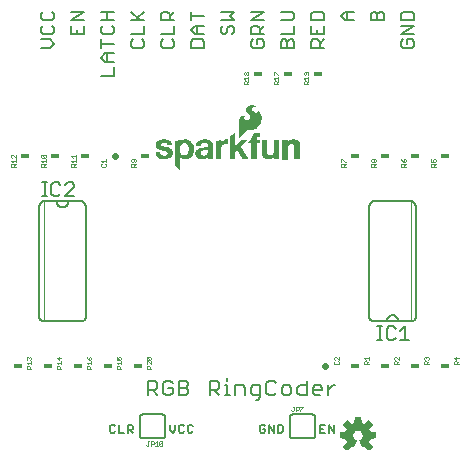
<source format=gbr>
G04 EAGLE Gerber RS-274X export*
G75*
%MOMM*%
%FSLAX34Y34*%
%LPD*%
%INSilkscreen Top*%
%IPPOS*%
%AMOC8*
5,1,8,0,0,1.08239X$1,22.5*%
G01*
%ADD10C,0.203200*%
%ADD11C,0.152400*%
%ADD12C,0.025400*%
%ADD13C,0.050800*%
%ADD14C,0.127000*%
%ADD15C,0.558800*%
%ADD16R,0.762000X0.457200*%

G36*
X323010Y5226D02*
X323010Y5226D01*
X323118Y5236D01*
X323131Y5242D01*
X323145Y5244D01*
X323242Y5292D01*
X323341Y5337D01*
X323354Y5348D01*
X323363Y5352D01*
X323378Y5368D01*
X323455Y5430D01*
X326040Y8015D01*
X326103Y8104D01*
X326169Y8189D01*
X326174Y8202D01*
X326182Y8214D01*
X326213Y8317D01*
X326249Y8420D01*
X326249Y8434D01*
X326253Y8447D01*
X326249Y8555D01*
X326250Y8664D01*
X326245Y8677D01*
X326245Y8691D01*
X326207Y8793D01*
X326172Y8895D01*
X326163Y8910D01*
X326159Y8919D01*
X326145Y8936D01*
X326091Y9018D01*
X323327Y12408D01*
X323884Y13490D01*
X323890Y13510D01*
X323932Y13605D01*
X324303Y14764D01*
X328654Y15207D01*
X328758Y15235D01*
X328864Y15260D01*
X328876Y15267D01*
X328889Y15270D01*
X328979Y15331D01*
X329072Y15388D01*
X329080Y15399D01*
X329092Y15407D01*
X329158Y15493D01*
X329227Y15577D01*
X329231Y15590D01*
X329240Y15601D01*
X329274Y15704D01*
X329313Y15805D01*
X329314Y15823D01*
X329318Y15832D01*
X329318Y15854D01*
X329327Y15952D01*
X329327Y19608D01*
X329310Y19715D01*
X329296Y19823D01*
X329290Y19835D01*
X329288Y19849D01*
X329236Y19945D01*
X329189Y20042D01*
X329179Y20052D01*
X329173Y20064D01*
X329093Y20138D01*
X329017Y20215D01*
X329005Y20221D01*
X328995Y20231D01*
X328896Y20276D01*
X328799Y20324D01*
X328781Y20328D01*
X328772Y20332D01*
X328751Y20334D01*
X328654Y20353D01*
X324303Y20796D01*
X323932Y21955D01*
X323923Y21972D01*
X323921Y21980D01*
X323917Y21987D01*
X323884Y22070D01*
X323327Y23152D01*
X326091Y26542D01*
X326145Y26636D01*
X326202Y26728D01*
X326205Y26741D01*
X326212Y26753D01*
X326233Y26860D01*
X326258Y26965D01*
X326256Y26979D01*
X326259Y26993D01*
X326244Y27100D01*
X326234Y27208D01*
X326228Y27221D01*
X326226Y27235D01*
X326178Y27332D01*
X326133Y27431D01*
X326122Y27444D01*
X326118Y27453D01*
X326102Y27468D01*
X326040Y27545D01*
X323455Y30130D01*
X323366Y30193D01*
X323281Y30259D01*
X323268Y30264D01*
X323256Y30272D01*
X323153Y30303D01*
X323050Y30339D01*
X323036Y30339D01*
X323023Y30343D01*
X322915Y30339D01*
X322806Y30340D01*
X322793Y30335D01*
X322779Y30335D01*
X322677Y30297D01*
X322575Y30262D01*
X322560Y30253D01*
X322551Y30249D01*
X322534Y30235D01*
X322452Y30181D01*
X319062Y27417D01*
X317980Y27974D01*
X317960Y27980D01*
X317865Y28022D01*
X316706Y28393D01*
X316263Y32744D01*
X316235Y32848D01*
X316210Y32954D01*
X316203Y32966D01*
X316200Y32979D01*
X316139Y33069D01*
X316082Y33162D01*
X316071Y33170D01*
X316063Y33182D01*
X315977Y33248D01*
X315893Y33317D01*
X315880Y33321D01*
X315869Y33330D01*
X315766Y33364D01*
X315665Y33403D01*
X315647Y33404D01*
X315638Y33408D01*
X315616Y33408D01*
X315518Y33417D01*
X311862Y33417D01*
X311755Y33400D01*
X311647Y33386D01*
X311635Y33380D01*
X311621Y33378D01*
X311525Y33326D01*
X311428Y33279D01*
X311418Y33269D01*
X311406Y33263D01*
X311332Y33183D01*
X311255Y33107D01*
X311249Y33095D01*
X311239Y33085D01*
X311194Y32986D01*
X311146Y32889D01*
X311142Y32871D01*
X311138Y32862D01*
X311136Y32841D01*
X311117Y32744D01*
X310674Y28393D01*
X309515Y28022D01*
X309497Y28012D01*
X309400Y27974D01*
X308318Y27417D01*
X304928Y30181D01*
X304834Y30235D01*
X304742Y30292D01*
X304729Y30295D01*
X304717Y30302D01*
X304610Y30323D01*
X304505Y30348D01*
X304491Y30346D01*
X304477Y30349D01*
X304370Y30334D01*
X304262Y30324D01*
X304249Y30318D01*
X304236Y30316D01*
X304138Y30268D01*
X304039Y30223D01*
X304026Y30212D01*
X304017Y30208D01*
X304002Y30192D01*
X303925Y30130D01*
X301340Y27545D01*
X301277Y27456D01*
X301211Y27371D01*
X301206Y27358D01*
X301198Y27346D01*
X301167Y27243D01*
X301131Y27140D01*
X301131Y27126D01*
X301127Y27113D01*
X301131Y27005D01*
X301130Y26896D01*
X301135Y26883D01*
X301135Y26869D01*
X301173Y26767D01*
X301208Y26665D01*
X301217Y26650D01*
X301221Y26641D01*
X301235Y26624D01*
X301289Y26542D01*
X304053Y23152D01*
X303496Y22070D01*
X303490Y22050D01*
X303448Y21955D01*
X303077Y20796D01*
X298726Y20353D01*
X298622Y20325D01*
X298516Y20300D01*
X298504Y20293D01*
X298491Y20290D01*
X298401Y20229D01*
X298308Y20172D01*
X298300Y20161D01*
X298288Y20153D01*
X298222Y20067D01*
X298154Y19983D01*
X298149Y19970D01*
X298140Y19959D01*
X298106Y19856D01*
X298067Y19755D01*
X298066Y19737D01*
X298062Y19728D01*
X298063Y19706D01*
X298053Y19608D01*
X298053Y15952D01*
X298070Y15845D01*
X298084Y15737D01*
X298090Y15725D01*
X298092Y15711D01*
X298144Y15615D01*
X298191Y15518D01*
X298201Y15508D01*
X298207Y15496D01*
X298287Y15422D01*
X298363Y15345D01*
X298375Y15339D01*
X298386Y15329D01*
X298484Y15284D01*
X298581Y15236D01*
X298599Y15232D01*
X298608Y15228D01*
X298629Y15226D01*
X298726Y15207D01*
X303077Y14764D01*
X303448Y13605D01*
X303458Y13587D01*
X303496Y13490D01*
X304053Y12408D01*
X301289Y9018D01*
X301235Y8924D01*
X301178Y8832D01*
X301175Y8819D01*
X301168Y8807D01*
X301147Y8700D01*
X301122Y8595D01*
X301124Y8581D01*
X301121Y8567D01*
X301136Y8460D01*
X301146Y8352D01*
X301152Y8339D01*
X301154Y8326D01*
X301202Y8228D01*
X301247Y8129D01*
X301258Y8116D01*
X301262Y8107D01*
X301278Y8092D01*
X301340Y8015D01*
X303925Y5430D01*
X304014Y5367D01*
X304099Y5301D01*
X304112Y5296D01*
X304124Y5288D01*
X304227Y5257D01*
X304330Y5221D01*
X304344Y5221D01*
X304357Y5217D01*
X304465Y5221D01*
X304574Y5220D01*
X304587Y5225D01*
X304601Y5225D01*
X304703Y5263D01*
X304805Y5298D01*
X304820Y5307D01*
X304829Y5311D01*
X304846Y5325D01*
X304928Y5379D01*
X308318Y8143D01*
X309400Y7586D01*
X309453Y7569D01*
X309502Y7543D01*
X309568Y7532D01*
X309632Y7511D01*
X309688Y7512D01*
X309742Y7503D01*
X309809Y7514D01*
X309876Y7515D01*
X309928Y7533D01*
X309983Y7542D01*
X310043Y7574D01*
X310106Y7597D01*
X310149Y7631D01*
X310199Y7657D01*
X310245Y7706D01*
X310297Y7748D01*
X310328Y7795D01*
X310366Y7835D01*
X310422Y7940D01*
X310430Y7953D01*
X310431Y7958D01*
X310435Y7965D01*
X312588Y13162D01*
X312608Y13246D01*
X312613Y13258D01*
X312615Y13274D01*
X312640Y13360D01*
X312639Y13380D01*
X312644Y13400D01*
X312636Y13482D01*
X312637Y13501D01*
X312633Y13521D01*
X312629Y13604D01*
X312622Y13623D01*
X312620Y13643D01*
X312588Y13712D01*
X312582Y13739D01*
X312567Y13763D01*
X312540Y13832D01*
X312527Y13847D01*
X312519Y13865D01*
X312474Y13914D01*
X312454Y13946D01*
X312422Y13972D01*
X312383Y14018D01*
X312362Y14033D01*
X312352Y14043D01*
X312331Y14055D01*
X312268Y14099D01*
X312265Y14101D01*
X312264Y14101D01*
X312262Y14103D01*
X311378Y14598D01*
X310699Y15225D01*
X310185Y15994D01*
X309865Y16862D01*
X309757Y17779D01*
X309870Y18714D01*
X310201Y19595D01*
X310733Y20372D01*
X311434Y21001D01*
X312264Y21444D01*
X313176Y21678D01*
X314118Y21688D01*
X315034Y21474D01*
X315874Y21049D01*
X316588Y20436D01*
X317137Y19671D01*
X317488Y18797D01*
X317621Y17865D01*
X317529Y16928D01*
X317217Y16040D01*
X316702Y15252D01*
X316015Y14608D01*
X315116Y14102D01*
X315076Y14069D01*
X315034Y14047D01*
X315003Y14014D01*
X314955Y13979D01*
X314942Y13962D01*
X314926Y13949D01*
X314891Y13895D01*
X314867Y13869D01*
X314854Y13838D01*
X314812Y13781D01*
X314806Y13761D01*
X314795Y13743D01*
X314777Y13670D01*
X314767Y13647D01*
X314764Y13623D01*
X314741Y13548D01*
X314742Y13527D01*
X314737Y13506D01*
X314744Y13422D01*
X314743Y13404D01*
X314746Y13388D01*
X314749Y13304D01*
X314757Y13278D01*
X314758Y13263D01*
X314768Y13241D01*
X314792Y13162D01*
X315100Y12417D01*
X315101Y12417D01*
X315411Y11668D01*
X315721Y10919D01*
X315721Y10918D01*
X316032Y10170D01*
X316032Y10169D01*
X316342Y9420D01*
X316652Y8671D01*
X316653Y8671D01*
X316945Y7965D01*
X316974Y7918D01*
X316995Y7866D01*
X317038Y7815D01*
X317074Y7758D01*
X317117Y7723D01*
X317153Y7680D01*
X317210Y7646D01*
X317262Y7603D01*
X317314Y7584D01*
X317362Y7555D01*
X317428Y7541D01*
X317491Y7517D01*
X317546Y7515D01*
X317600Y7504D01*
X317667Y7511D01*
X317734Y7509D01*
X317788Y7525D01*
X317843Y7532D01*
X317954Y7576D01*
X317968Y7580D01*
X317972Y7583D01*
X317980Y7586D01*
X319062Y8143D01*
X322452Y5379D01*
X322546Y5325D01*
X322638Y5268D01*
X322651Y5265D01*
X322663Y5258D01*
X322770Y5237D01*
X322875Y5212D01*
X322889Y5214D01*
X322903Y5211D01*
X323010Y5226D01*
G37*
G36*
X213370Y269141D02*
X213370Y269141D01*
X213374Y269139D01*
X213444Y269175D01*
X213454Y269180D01*
X213455Y269181D01*
X218327Y274663D01*
X219181Y275445D01*
X220171Y276034D01*
X220522Y276161D01*
X220890Y276226D01*
X223165Y276226D01*
X223170Y276228D01*
X223176Y276226D01*
X224540Y276350D01*
X224550Y276356D01*
X224562Y276354D01*
X225881Y276722D01*
X225889Y276730D01*
X225902Y276731D01*
X227132Y277331D01*
X227139Y277338D01*
X227150Y277341D01*
X228307Y278158D01*
X228312Y278166D01*
X228321Y278169D01*
X229352Y279141D01*
X229355Y279149D01*
X229361Y279151D01*
X229362Y279153D01*
X229364Y279154D01*
X230249Y280261D01*
X230251Y280271D01*
X230260Y280278D01*
X231207Y281959D01*
X231208Y281970D01*
X231216Y281980D01*
X231844Y283804D01*
X231843Y283815D01*
X231850Y283826D01*
X232138Y285733D01*
X232135Y285744D01*
X232140Y285756D01*
X232138Y285808D01*
X232130Y286060D01*
X232126Y286186D01*
X232126Y286187D01*
X232118Y286439D01*
X232110Y286692D01*
X232106Y286818D01*
X232098Y287070D01*
X232087Y287449D01*
X232079Y287684D01*
X232075Y287693D01*
X232077Y287705D01*
X231870Y288744D01*
X231865Y288752D01*
X231865Y288763D01*
X231507Y289760D01*
X231501Y289767D01*
X231500Y289778D01*
X230998Y290712D01*
X230989Y290719D01*
X230986Y290731D01*
X230079Y291868D01*
X230068Y291874D01*
X230061Y291887D01*
X228935Y292808D01*
X228892Y292820D01*
X228851Y292836D01*
X228846Y292834D01*
X228840Y292835D01*
X228802Y292814D01*
X228762Y292795D01*
X228759Y292789D01*
X228755Y292787D01*
X228747Y292758D01*
X228729Y292710D01*
X228729Y291830D01*
X228713Y291710D01*
X228669Y291607D01*
X228395Y291267D01*
X228034Y291019D01*
X227860Y290954D01*
X227322Y290896D01*
X226792Y290994D01*
X226304Y291243D01*
X225402Y291894D01*
X224990Y292248D01*
X224639Y292658D01*
X224356Y293116D01*
X224150Y293610D01*
X224091Y293910D01*
X224103Y294213D01*
X224260Y294732D01*
X224546Y295192D01*
X224941Y295562D01*
X225422Y295817D01*
X225912Y295956D01*
X226423Y296013D01*
X227026Y296013D01*
X227027Y296013D01*
X227049Y296022D01*
X227117Y296051D01*
X227152Y296143D01*
X227148Y296152D01*
X227114Y296228D01*
X227112Y296231D01*
X227111Y296232D01*
X227110Y296233D01*
X227089Y296253D01*
X227082Y296256D01*
X227078Y296264D01*
X226643Y296602D01*
X226628Y296606D01*
X226616Y296618D01*
X226112Y296839D01*
X226111Y296839D01*
X225755Y296991D01*
X225527Y297092D01*
X225517Y297093D01*
X225507Y297099D01*
X224629Y297319D01*
X224620Y297318D01*
X224610Y297322D01*
X223710Y297408D01*
X223700Y297404D01*
X223688Y297408D01*
X222820Y297342D01*
X222809Y297336D01*
X222796Y297337D01*
X221956Y297106D01*
X221946Y297098D01*
X221933Y297097D01*
X221153Y296709D01*
X221146Y296701D01*
X221135Y296698D01*
X220358Y296138D01*
X220354Y296131D01*
X220345Y296127D01*
X219649Y295469D01*
X219644Y295458D01*
X219633Y295450D01*
X219202Y294847D01*
X219199Y294832D01*
X219187Y294819D01*
X218920Y294127D01*
X218920Y294111D01*
X218912Y294096D01*
X218825Y293359D01*
X218830Y293344D01*
X218826Y293327D01*
X218925Y292592D01*
X218933Y292579D01*
X218933Y292562D01*
X219213Y291874D01*
X219222Y291865D01*
X219225Y291851D01*
X220412Y290093D01*
X220420Y290088D01*
X220424Y290077D01*
X221877Y288536D01*
X222247Y288101D01*
X222487Y287598D01*
X222589Y287050D01*
X222546Y286494D01*
X222360Y285969D01*
X222045Y285509D01*
X221620Y285144D01*
X221077Y284851D01*
X220491Y284653D01*
X219881Y284556D01*
X219170Y284591D01*
X218492Y284798D01*
X217886Y285163D01*
X217573Y285491D01*
X217367Y285895D01*
X217274Y286311D01*
X217274Y286739D01*
X217367Y287154D01*
X217439Y287292D01*
X217557Y287406D01*
X218381Y288005D01*
X218514Y288076D01*
X218652Y288104D01*
X218810Y288088D01*
X218853Y288102D01*
X218898Y288113D01*
X218900Y288117D01*
X218904Y288118D01*
X218924Y288159D01*
X218947Y288198D01*
X218946Y288202D01*
X218948Y288206D01*
X218933Y288249D01*
X218920Y288293D01*
X218917Y288295D01*
X218916Y288299D01*
X218878Y288318D01*
X218842Y288339D01*
X218359Y288415D01*
X218354Y288414D01*
X218349Y288416D01*
X217409Y288489D01*
X217400Y288486D01*
X217389Y288489D01*
X216449Y288416D01*
X216439Y288411D01*
X216427Y288412D01*
X215728Y288228D01*
X215718Y288220D01*
X215704Y288219D01*
X215056Y287898D01*
X215048Y287889D01*
X215034Y287885D01*
X214464Y287440D01*
X214458Y287429D01*
X214446Y287423D01*
X213976Y286873D01*
X213972Y286861D01*
X213961Y286852D01*
X213560Y286120D01*
X213559Y286107D01*
X213550Y286096D01*
X213310Y285297D01*
X213311Y285284D01*
X213305Y285271D01*
X213235Y284440D01*
X213237Y284434D01*
X213235Y284429D01*
X213235Y269265D01*
X213237Y269260D01*
X213235Y269256D01*
X213256Y269216D01*
X213273Y269174D01*
X213278Y269173D01*
X213280Y269168D01*
X213323Y269155D01*
X213365Y269139D01*
X213370Y269141D01*
G37*
G36*
X162947Y242623D02*
X162947Y242623D01*
X162950Y242622D01*
X162992Y242643D01*
X163034Y242663D01*
X163035Y242665D01*
X163037Y242666D01*
X163044Y242688D01*
X163067Y242748D01*
X163067Y253852D01*
X163068Y253850D01*
X163588Y253134D01*
X163599Y253127D01*
X163606Y253114D01*
X164266Y252524D01*
X164278Y252520D01*
X164288Y252509D01*
X165057Y252072D01*
X165070Y252070D01*
X165082Y252061D01*
X165926Y251797D01*
X165937Y251798D01*
X165948Y251792D01*
X167165Y251637D01*
X167174Y251639D01*
X167183Y251636D01*
X168410Y251653D01*
X168418Y251656D01*
X168428Y251654D01*
X169640Y251843D01*
X169649Y251848D01*
X169660Y251848D01*
X170579Y252142D01*
X170587Y252149D01*
X170599Y252151D01*
X171455Y252597D01*
X171461Y252605D01*
X171473Y252608D01*
X172241Y253193D01*
X172246Y253202D01*
X172257Y253207D01*
X172914Y253914D01*
X172918Y253924D01*
X172928Y253931D01*
X173700Y255116D01*
X173702Y255126D01*
X173710Y255135D01*
X174266Y256435D01*
X174266Y256446D01*
X174273Y256456D01*
X174596Y257832D01*
X174594Y257843D01*
X174599Y257854D01*
X174717Y260069D01*
X174713Y260080D01*
X174716Y260092D01*
X174433Y262292D01*
X174428Y262302D01*
X174428Y262314D01*
X173754Y264427D01*
X173746Y264437D01*
X173744Y264450D01*
X173165Y265491D01*
X173154Y265499D01*
X173149Y265513D01*
X172357Y266403D01*
X172348Y266408D01*
X172341Y266418D01*
X171517Y267071D01*
X171509Y267073D01*
X171503Y267080D01*
X170601Y267621D01*
X170591Y267623D01*
X170582Y267631D01*
X169558Y268031D01*
X169545Y268031D01*
X169533Y268038D01*
X168448Y268221D01*
X168437Y268219D01*
X168425Y268223D01*
X166444Y268198D01*
X166433Y268193D01*
X166420Y268196D01*
X165938Y268094D01*
X165929Y268087D01*
X165917Y268087D01*
X164596Y267554D01*
X164589Y267547D01*
X164579Y267546D01*
X164185Y267313D01*
X164178Y267304D01*
X164166Y267299D01*
X163823Y266998D01*
X163820Y266992D01*
X163813Y266989D01*
X162924Y266024D01*
X162924Y266023D01*
X162923Y266022D01*
X162789Y265873D01*
X162813Y267790D01*
X162807Y267805D01*
X162810Y267819D01*
X162790Y267848D01*
X162776Y267882D01*
X162762Y267887D01*
X162753Y267900D01*
X162712Y267907D01*
X162685Y267918D01*
X162675Y267914D01*
X162664Y267916D01*
X158778Y267180D01*
X158744Y267158D01*
X158708Y267141D01*
X158704Y267131D01*
X158696Y267125D01*
X158690Y267096D01*
X158675Y267056D01*
X158675Y246482D01*
X158677Y246476D01*
X158675Y246469D01*
X158704Y246412D01*
X158713Y246391D01*
X158715Y246390D01*
X158716Y246388D01*
X162856Y242654D01*
X162901Y242639D01*
X162945Y242622D01*
X162947Y242623D01*
G37*
G36*
X182134Y251605D02*
X182134Y251605D01*
X182145Y251602D01*
X183763Y251843D01*
X183772Y251849D01*
X183785Y251848D01*
X184820Y252201D01*
X184829Y252208D01*
X184841Y252210D01*
X185792Y252750D01*
X185800Y252759D01*
X185812Y252764D01*
X186639Y253467D01*
X186663Y253483D01*
X186672Y253484D01*
X186680Y253482D01*
X186687Y253476D01*
X186696Y253453D01*
X186923Y252424D01*
X186925Y252421D01*
X186924Y252418D01*
X187000Y252138D01*
X187011Y252124D01*
X187015Y252105D01*
X187036Y252069D01*
X187060Y252052D01*
X187087Y252023D01*
X187124Y252004D01*
X187154Y252002D01*
X187192Y251991D01*
X187228Y251994D01*
X191262Y251994D01*
X191285Y252003D01*
X191310Y252003D01*
X191328Y252022D01*
X191353Y252032D01*
X191362Y252055D01*
X191379Y252073D01*
X191380Y252102D01*
X191388Y252124D01*
X191380Y252142D01*
X191380Y252164D01*
X191306Y252363D01*
X190957Y253658D01*
X190855Y254995D01*
X190880Y259333D01*
X190879Y259336D01*
X190880Y259338D01*
X190860Y259381D01*
X190847Y259414D01*
X190855Y259436D01*
X190855Y264262D01*
X190852Y264269D01*
X190854Y264278D01*
X190763Y265013D01*
X190756Y265026D01*
X190756Y265043D01*
X190489Y265734D01*
X190478Y265744D01*
X190474Y265761D01*
X190047Y266366D01*
X190034Y266374D01*
X190026Y266389D01*
X189464Y266872D01*
X189451Y266876D01*
X189441Y266887D01*
X188138Y267581D01*
X188126Y267582D01*
X188115Y267590D01*
X186701Y268015D01*
X186691Y268014D01*
X186682Y268019D01*
X184943Y268249D01*
X184935Y268247D01*
X184927Y268250D01*
X183173Y268258D01*
X183166Y268255D01*
X183157Y268258D01*
X181417Y268044D01*
X181409Y268040D01*
X181399Y268041D01*
X180170Y267707D01*
X180162Y267700D01*
X180151Y267700D01*
X178993Y267171D01*
X178985Y267162D01*
X178972Y267159D01*
X178155Y266585D01*
X178148Y266574D01*
X178135Y266568D01*
X177452Y265838D01*
X177449Y265829D01*
X177447Y265829D01*
X177445Y265824D01*
X177436Y265817D01*
X176917Y264964D01*
X176915Y264951D01*
X176905Y264940D01*
X176571Y263999D01*
X176572Y263986D01*
X176565Y263973D01*
X176443Y263082D01*
X176440Y263080D01*
X176439Y263080D01*
X176420Y263031D01*
X176404Y262988D01*
X176406Y262983D01*
X176439Y262905D01*
X176464Y262879D01*
X176504Y262861D01*
X176542Y262840D01*
X176548Y262842D01*
X176555Y262840D01*
X176595Y262857D01*
X176625Y262866D01*
X180772Y262866D01*
X180774Y262867D01*
X180776Y262866D01*
X180819Y262886D01*
X180863Y262904D01*
X180863Y262906D01*
X180865Y262907D01*
X180898Y262992D01*
X180898Y263035D01*
X180961Y263566D01*
X181145Y264061D01*
X181440Y264499D01*
X181830Y264855D01*
X182294Y265110D01*
X182855Y265275D01*
X183442Y265329D01*
X184797Y265279D01*
X185166Y265218D01*
X185512Y265090D01*
X185826Y264897D01*
X186079Y264663D01*
X186278Y264384D01*
X186417Y264070D01*
X186528Y263549D01*
X186528Y263018D01*
X186417Y262497D01*
X186375Y262400D01*
X186315Y262313D01*
X186031Y262052D01*
X185603Y261806D01*
X185134Y261641D01*
X183828Y261415D01*
X181622Y261187D01*
X181618Y261184D01*
X181613Y261185D01*
X180076Y260907D01*
X180068Y260903D01*
X180059Y260903D01*
X178574Y260419D01*
X178566Y260412D01*
X178554Y260411D01*
X177858Y260045D01*
X177850Y260035D01*
X177837Y260031D01*
X177227Y259533D01*
X177221Y259522D01*
X177211Y259516D01*
X177210Y259516D01*
X177209Y259515D01*
X176711Y258906D01*
X176707Y258893D01*
X176696Y258882D01*
X176267Y258020D01*
X176266Y258005D01*
X176257Y257991D01*
X176051Y257050D01*
X176053Y257037D01*
X176048Y257023D01*
X176045Y255962D01*
X176050Y255952D01*
X176047Y255939D01*
X176236Y254895D01*
X176242Y254886D01*
X176242Y254873D01*
X176615Y253880D01*
X176623Y253871D01*
X176625Y253859D01*
X176917Y253376D01*
X176926Y253369D01*
X176931Y253357D01*
X177308Y252937D01*
X177319Y252932D01*
X177326Y252921D01*
X177774Y252579D01*
X177787Y252575D01*
X177797Y252565D01*
X179066Y251959D01*
X179079Y251959D01*
X179092Y251950D01*
X180464Y251642D01*
X180476Y251644D01*
X180489Y251639D01*
X182124Y251601D01*
X182134Y251605D01*
G37*
G36*
X209501Y251868D02*
X209501Y251868D01*
X209503Y251867D01*
X209546Y251887D01*
X209590Y251905D01*
X209590Y251907D01*
X209592Y251908D01*
X209625Y251993D01*
X209625Y257401D01*
X211280Y259008D01*
X215513Y252030D01*
X215528Y252019D01*
X215536Y252002D01*
X215570Y251989D01*
X215593Y251972D01*
X215606Y251974D01*
X215620Y251969D01*
X220700Y251944D01*
X220736Y251959D01*
X220774Y251967D01*
X220780Y251977D01*
X220791Y251982D01*
X220806Y252018D01*
X220826Y252051D01*
X220823Y252063D01*
X220827Y252073D01*
X220815Y252101D01*
X220806Y252140D01*
X214209Y262035D01*
X219900Y267601D01*
X219901Y267602D01*
X219903Y267603D01*
X219920Y267648D01*
X219938Y267692D01*
X219938Y267693D01*
X219938Y267695D01*
X219918Y267738D01*
X219899Y267782D01*
X219898Y267783D01*
X219897Y267784D01*
X219812Y267817D01*
X215138Y267817D01*
X215135Y267816D01*
X215132Y267817D01*
X215049Y267780D01*
X209574Y262306D01*
X209574Y273736D01*
X209561Y273768D01*
X209556Y273802D01*
X209542Y273812D01*
X209536Y273827D01*
X209504Y273839D01*
X209475Y273859D01*
X209458Y273857D01*
X209444Y273862D01*
X209419Y273851D01*
X209385Y273846D01*
X205245Y271484D01*
X205233Y271467D01*
X205215Y271459D01*
X205202Y271427D01*
X205186Y271405D01*
X205188Y271390D01*
X205182Y271374D01*
X205182Y252044D01*
X205183Y252041D01*
X205182Y252038D01*
X205219Y251955D01*
X205270Y251904D01*
X205273Y251903D01*
X205274Y251900D01*
X205359Y251867D01*
X209499Y251867D01*
X209501Y251868D01*
G37*
G36*
X238428Y251593D02*
X238428Y251593D01*
X238435Y251596D01*
X238444Y251595D01*
X239922Y251818D01*
X239930Y251823D01*
X239940Y251822D01*
X240202Y251903D01*
X240210Y251909D01*
X240222Y251911D01*
X240467Y252033D01*
X240474Y252040D01*
X240484Y252043D01*
X241414Y252702D01*
X241419Y252710D01*
X241428Y252713D01*
X242255Y253498D01*
X242258Y253506D01*
X242267Y253511D01*
X242774Y254152D01*
X242774Y252095D01*
X242775Y252093D01*
X242774Y252091D01*
X242794Y252048D01*
X242812Y252004D01*
X242814Y252004D01*
X242815Y252002D01*
X242900Y251969D01*
X246913Y251969D01*
X246915Y251970D01*
X246917Y251969D01*
X246960Y251989D01*
X247004Y252007D01*
X247004Y252009D01*
X247006Y252010D01*
X247039Y252095D01*
X247039Y267716D01*
X247038Y267718D01*
X247039Y267720D01*
X247019Y267763D01*
X247001Y267807D01*
X246999Y267807D01*
X246998Y267809D01*
X246913Y267842D01*
X242697Y267842D01*
X242695Y267841D01*
X242693Y267842D01*
X242650Y267822D01*
X242606Y267804D01*
X242606Y267802D01*
X242604Y267801D01*
X242571Y267716D01*
X242571Y259414D01*
X242495Y258184D01*
X242270Y256980D01*
X242061Y256430D01*
X241734Y255945D01*
X241303Y255548D01*
X240793Y255260D01*
X240102Y255048D01*
X239381Y254981D01*
X238662Y255061D01*
X237973Y255284D01*
X237578Y255509D01*
X237237Y255810D01*
X236965Y256172D01*
X236622Y256940D01*
X236473Y257770D01*
X236473Y267767D01*
X236472Y267769D01*
X236473Y267771D01*
X236453Y267814D01*
X236435Y267858D01*
X236433Y267858D01*
X236432Y267860D01*
X236347Y267893D01*
X232207Y267893D01*
X232205Y267892D01*
X232203Y267893D01*
X232160Y267873D01*
X232116Y267855D01*
X232116Y267853D01*
X232114Y267852D01*
X232081Y267767D01*
X232081Y256972D01*
X232083Y256967D01*
X232081Y256960D01*
X232182Y255861D01*
X232187Y255852D01*
X232187Y255851D01*
X232188Y255849D01*
X232186Y255838D01*
X232486Y254775D01*
X232493Y254766D01*
X232494Y254753D01*
X232982Y253763D01*
X232991Y253755D01*
X232995Y253743D01*
X233655Y252858D01*
X233665Y252851D01*
X233672Y252839D01*
X233926Y252611D01*
X233934Y252608D01*
X233935Y252606D01*
X233940Y252604D01*
X233946Y252596D01*
X234848Y252070D01*
X234860Y252069D01*
X234870Y252060D01*
X235856Y251717D01*
X235868Y251718D01*
X235880Y251711D01*
X236913Y251564D01*
X236923Y251567D01*
X236934Y251563D01*
X238428Y251593D01*
G37*
G36*
X253621Y251894D02*
X253621Y251894D01*
X253623Y251893D01*
X253666Y251913D01*
X253710Y251931D01*
X253710Y251933D01*
X253712Y251934D01*
X253745Y252019D01*
X253745Y261385D01*
X253826Y262168D01*
X254042Y262918D01*
X254405Y263597D01*
X254922Y264166D01*
X255379Y264480D01*
X255895Y264684D01*
X256451Y264771D01*
X257556Y264821D01*
X257872Y264804D01*
X258172Y264727D01*
X258607Y264510D01*
X258981Y264201D01*
X259277Y263814D01*
X259587Y263172D01*
X259778Y262484D01*
X259843Y261766D01*
X259843Y252120D01*
X259844Y252118D01*
X259843Y252116D01*
X259863Y252073D01*
X259881Y252029D01*
X259883Y252029D01*
X259884Y252027D01*
X259969Y251994D01*
X264058Y251994D01*
X264060Y251995D01*
X264062Y251994D01*
X264105Y252014D01*
X264149Y252032D01*
X264149Y252034D01*
X264151Y252035D01*
X264184Y252120D01*
X264184Y262661D01*
X264182Y262666D01*
X264184Y262671D01*
X264094Y263800D01*
X264090Y263808D01*
X264091Y263817D01*
X263851Y264924D01*
X263846Y264932D01*
X263846Y264942D01*
X263577Y265647D01*
X263569Y265655D01*
X263567Y265667D01*
X263183Y266316D01*
X263174Y266322D01*
X263170Y266334D01*
X262681Y266909D01*
X262670Y266914D01*
X262663Y266926D01*
X261878Y267544D01*
X261865Y267547D01*
X261854Y267559D01*
X260949Y267981D01*
X260935Y267982D01*
X260921Y267990D01*
X259944Y268196D01*
X259933Y268193D01*
X259921Y268198D01*
X257915Y268248D01*
X257905Y268244D01*
X257894Y268247D01*
X256842Y268092D01*
X256831Y268085D01*
X256817Y268085D01*
X255820Y267716D01*
X255810Y267707D01*
X255796Y267704D01*
X254898Y267137D01*
X254891Y267128D01*
X254880Y267124D01*
X254419Y266708D01*
X254416Y266700D01*
X254408Y266696D01*
X254006Y266223D01*
X254004Y266218D01*
X254000Y266216D01*
X253723Y265838D01*
X253609Y265702D01*
X253567Y265673D01*
X253567Y267741D01*
X253566Y267743D01*
X253567Y267745D01*
X253547Y267788D01*
X253529Y267832D01*
X253527Y267832D01*
X253526Y267834D01*
X253441Y267867D01*
X249403Y267867D01*
X249401Y267866D01*
X249399Y267867D01*
X249356Y267847D01*
X249312Y267829D01*
X249312Y267827D01*
X249310Y267826D01*
X249277Y267741D01*
X249277Y252019D01*
X249278Y252017D01*
X249277Y252015D01*
X249297Y251972D01*
X249315Y251928D01*
X249317Y251928D01*
X249318Y251926D01*
X249403Y251893D01*
X253619Y251893D01*
X253621Y251894D01*
G37*
G36*
X151039Y251660D02*
X151039Y251660D01*
X151045Y251662D01*
X151052Y251661D01*
X152366Y251843D01*
X152374Y251847D01*
X152383Y251847D01*
X153383Y252129D01*
X153392Y252136D01*
X153404Y252137D01*
X154339Y252588D01*
X154346Y252596D01*
X154358Y252599D01*
X155202Y253205D01*
X155207Y253215D01*
X155218Y253220D01*
X155944Y253963D01*
X155948Y253973D01*
X155959Y253981D01*
X156338Y254545D01*
X156340Y254556D01*
X156349Y254566D01*
X156615Y255191D01*
X156615Y255203D01*
X156623Y255214D01*
X156765Y255878D01*
X156764Y255887D01*
X156768Y255896D01*
X156844Y256937D01*
X156841Y256946D01*
X156844Y256957D01*
X156750Y258012D01*
X156743Y258025D01*
X156743Y258041D01*
X156406Y259044D01*
X156397Y259055D01*
X156394Y259070D01*
X156142Y259482D01*
X156132Y259489D01*
X156126Y259503D01*
X155794Y259853D01*
X155783Y259857D01*
X155777Y259868D01*
X155085Y260376D01*
X155077Y260378D01*
X155070Y260386D01*
X154314Y260791D01*
X154305Y260792D01*
X154298Y260798D01*
X152642Y261408D01*
X152634Y261408D01*
X152626Y261413D01*
X150903Y261794D01*
X150902Y261794D01*
X150901Y261795D01*
X148878Y262199D01*
X148126Y262471D01*
X147451Y262887D01*
X147168Y263180D01*
X146984Y263541D01*
X146919Y263910D01*
X146967Y264282D01*
X147122Y264624D01*
X147355Y264892D01*
X147656Y265087D01*
X148080Y265244D01*
X148529Y265329D01*
X149378Y265373D01*
X150225Y265329D01*
X150721Y265231D01*
X151188Y265042D01*
X151611Y264771D01*
X151886Y264507D01*
X152104Y264194D01*
X152254Y263842D01*
X152309Y263599D01*
X152325Y263339D01*
X152346Y263297D01*
X152366Y263254D01*
X152368Y263253D01*
X152369Y263251D01*
X152388Y263245D01*
X152451Y263221D01*
X156337Y263221D01*
X156346Y263224D01*
X156354Y263222D01*
X156390Y263243D01*
X156428Y263259D01*
X156431Y263268D01*
X156439Y263273D01*
X156453Y263324D01*
X156463Y263351D01*
X156461Y263355D01*
X156462Y263358D01*
X156462Y263359D01*
X156463Y263360D01*
X156387Y264071D01*
X156381Y264081D01*
X156383Y264092D01*
X156378Y264098D01*
X156378Y264105D01*
X156386Y264118D01*
X156380Y264142D01*
X156383Y264151D01*
X156379Y264159D01*
X156380Y264178D01*
X156177Y264736D01*
X156173Y264740D01*
X156173Y264745D01*
X155817Y265533D01*
X155810Y265539D01*
X155808Y265550D01*
X155522Y265992D01*
X155514Y265997D01*
X155510Y266007D01*
X155162Y266403D01*
X155152Y266407D01*
X155145Y266418D01*
X154186Y267175D01*
X154173Y267179D01*
X154163Y267189D01*
X153066Y267727D01*
X153054Y267728D01*
X153043Y267736D01*
X151692Y268104D01*
X151682Y268103D01*
X151672Y268108D01*
X150279Y268248D01*
X150273Y268246D01*
X150266Y268248D01*
X148463Y268248D01*
X148457Y268246D01*
X148449Y268248D01*
X147020Y268093D01*
X147010Y268087D01*
X146997Y268088D01*
X145619Y267677D01*
X145610Y267670D01*
X145598Y267669D01*
X144317Y267015D01*
X144309Y267006D01*
X144297Y267003D01*
X143821Y266634D01*
X143815Y266623D01*
X143803Y266617D01*
X143409Y266162D01*
X143405Y266151D01*
X143394Y266142D01*
X143095Y265620D01*
X143094Y265607D01*
X143085Y265597D01*
X142727Y264513D01*
X142728Y264501D01*
X142722Y264488D01*
X142593Y263354D01*
X142596Y263342D01*
X142593Y263328D01*
X142698Y262192D01*
X142704Y262181D01*
X142703Y262167D01*
X142855Y261678D01*
X142863Y261668D01*
X142865Y261654D01*
X143114Y261207D01*
X143125Y261199D01*
X143129Y261185D01*
X143466Y260800D01*
X143476Y260795D01*
X143482Y260784D01*
X144159Y260247D01*
X144168Y260244D01*
X144175Y260236D01*
X144926Y259809D01*
X144935Y259808D01*
X144943Y259801D01*
X145751Y259495D01*
X145759Y259495D01*
X145767Y259490D01*
X149398Y258627D01*
X150572Y258321D01*
X151679Y257851D01*
X152015Y257620D01*
X152281Y257316D01*
X152461Y256954D01*
X152546Y256559D01*
X152529Y256155D01*
X152412Y255770D01*
X152204Y255425D01*
X151916Y255141D01*
X151403Y254829D01*
X150836Y254632D01*
X150233Y254558D01*
X148903Y254558D01*
X148341Y254631D01*
X147754Y254848D01*
X147227Y255185D01*
X146785Y255628D01*
X146530Y256042D01*
X146383Y256504D01*
X146354Y257001D01*
X146354Y257048D01*
X146353Y257050D01*
X146354Y257052D01*
X146334Y257095D01*
X146316Y257139D01*
X146314Y257139D01*
X146313Y257141D01*
X146228Y257174D01*
X142367Y257174D01*
X142361Y257172D01*
X142354Y257174D01*
X142342Y257167D01*
X142328Y257168D01*
X142326Y257167D01*
X142325Y257167D01*
X142303Y257147D01*
X142276Y257136D01*
X142274Y257129D01*
X142268Y257126D01*
X142263Y257112D01*
X142253Y257103D01*
X142253Y257102D01*
X142252Y257100D01*
X142251Y257073D01*
X142249Y257066D01*
X142241Y257044D01*
X142242Y257042D01*
X142241Y257039D01*
X142266Y256683D01*
X142269Y256677D01*
X142268Y256670D01*
X142370Y256086D01*
X142375Y256078D01*
X142374Y256067D01*
X142806Y254797D01*
X142813Y254790D01*
X142814Y254780D01*
X143123Y254184D01*
X143133Y254177D01*
X143137Y254164D01*
X143557Y253640D01*
X143568Y253635D01*
X143574Y253623D01*
X144089Y253192D01*
X144097Y253190D01*
X144102Y253183D01*
X145296Y252421D01*
X145304Y252419D01*
X145311Y252412D01*
X146168Y252015D01*
X146181Y252014D01*
X146193Y252006D01*
X147114Y251794D01*
X147123Y251796D01*
X147133Y251791D01*
X149699Y251613D01*
X149706Y251615D01*
X149712Y251613D01*
X151039Y251660D01*
G37*
G36*
X227738Y251894D02*
X227738Y251894D01*
X227740Y251893D01*
X227783Y251913D01*
X227827Y251931D01*
X227827Y251933D01*
X227829Y251934D01*
X227862Y252019D01*
X227862Y264923D01*
X230734Y264923D01*
X230736Y264924D01*
X230738Y264923D01*
X230781Y264943D01*
X230825Y264961D01*
X230825Y264963D01*
X230827Y264964D01*
X230860Y265049D01*
X230860Y267716D01*
X230859Y267718D01*
X230860Y267720D01*
X230840Y267763D01*
X230822Y267807D01*
X230820Y267807D01*
X230819Y267809D01*
X230734Y267842D01*
X227888Y267842D01*
X227888Y269104D01*
X227951Y269566D01*
X228126Y269989D01*
X228308Y270221D01*
X228548Y270391D01*
X228830Y270488D01*
X229730Y270571D01*
X230645Y270486D01*
X230925Y270460D01*
X230931Y270462D01*
X230937Y270460D01*
X231013Y270460D01*
X231015Y270461D01*
X231017Y270460D01*
X231060Y270480D01*
X231104Y270498D01*
X231104Y270500D01*
X231106Y270501D01*
X231139Y270586D01*
X231139Y273609D01*
X231139Y273610D01*
X231139Y273612D01*
X231139Y273613D01*
X231119Y273656D01*
X231101Y273700D01*
X231099Y273700D01*
X231098Y273702D01*
X231013Y273735D01*
X230991Y273735D01*
X229674Y273811D01*
X229671Y273810D01*
X229667Y273811D01*
X228117Y273811D01*
X228107Y273807D01*
X228096Y273809D01*
X227083Y273635D01*
X227073Y273628D01*
X227059Y273628D01*
X226101Y273259D01*
X226092Y273251D01*
X226079Y273248D01*
X225211Y272698D01*
X225205Y272688D01*
X225198Y272686D01*
X225198Y272685D01*
X225192Y272683D01*
X224449Y271973D01*
X224444Y271963D01*
X224433Y271955D01*
X224093Y271478D01*
X224091Y271467D01*
X224082Y271458D01*
X223833Y270927D01*
X223833Y270916D01*
X223825Y270906D01*
X223677Y270339D01*
X223678Y270328D01*
X223673Y270317D01*
X223496Y268183D01*
X223498Y268179D01*
X223496Y268175D01*
X223496Y268173D01*
X223496Y267842D01*
X222250Y267842D01*
X222247Y267841D01*
X222244Y267842D01*
X222161Y267805D01*
X219494Y265138D01*
X219493Y265138D01*
X219493Y265137D01*
X219475Y265092D01*
X219457Y265047D01*
X219457Y265046D01*
X219477Y265001D01*
X219497Y264957D01*
X219498Y264956D01*
X219582Y264923D01*
X223445Y264899D01*
X223445Y252019D01*
X223446Y252017D01*
X223445Y252015D01*
X223465Y251972D01*
X223483Y251928D01*
X223485Y251928D01*
X223486Y251926D01*
X223571Y251893D01*
X227736Y251893D01*
X227738Y251894D01*
G37*
G36*
X197614Y251995D02*
X197614Y251995D01*
X197616Y251994D01*
X197659Y252014D01*
X197703Y252032D01*
X197703Y252034D01*
X197705Y252035D01*
X197738Y252120D01*
X197738Y259939D01*
X197811Y260785D01*
X198011Y261604D01*
X198372Y262397D01*
X198897Y263089D01*
X199564Y263649D01*
X200043Y263913D01*
X200561Y264094D01*
X201103Y264186D01*
X202628Y264186D01*
X203225Y264061D01*
X203228Y264062D01*
X203231Y264060D01*
X203383Y264035D01*
X203392Y264038D01*
X203403Y264034D01*
X203429Y264034D01*
X203431Y264035D01*
X203433Y264034D01*
X203476Y264054D01*
X203520Y264072D01*
X203520Y264074D01*
X203522Y264075D01*
X203555Y264160D01*
X203555Y268021D01*
X203537Y268065D01*
X203519Y268110D01*
X203517Y268110D01*
X203517Y268112D01*
X203500Y268118D01*
X203436Y268147D01*
X202064Y268223D01*
X202054Y268219D01*
X202042Y268222D01*
X201341Y268138D01*
X201331Y268132D01*
X201317Y268133D01*
X200647Y267910D01*
X200638Y267901D01*
X200624Y267899D01*
X200013Y267546D01*
X200011Y267543D01*
X200007Y267542D01*
X199118Y266957D01*
X199115Y266954D01*
X199110Y266952D01*
X198716Y266650D01*
X198709Y266638D01*
X198695Y266630D01*
X198379Y266247D01*
X198377Y266241D01*
X198371Y266236D01*
X197685Y265194D01*
X197506Y264926D01*
X197459Y264911D01*
X197459Y267691D01*
X197454Y267704D01*
X197457Y267717D01*
X197435Y267747D01*
X197421Y267782D01*
X197408Y267787D01*
X197400Y267798D01*
X197357Y267806D01*
X197329Y267817D01*
X197321Y267813D01*
X197311Y267815D01*
X193450Y267129D01*
X193416Y267107D01*
X193379Y267090D01*
X193375Y267081D01*
X193367Y267076D01*
X193362Y267046D01*
X193346Y267005D01*
X193320Y252120D01*
X193321Y252118D01*
X193320Y252116D01*
X193340Y252073D01*
X193358Y252029D01*
X193360Y252029D01*
X193361Y252027D01*
X193446Y251994D01*
X197612Y251994D01*
X197614Y251995D01*
G37*
%LPC*%
G36*
X166105Y254888D02*
X166105Y254888D01*
X165383Y255040D01*
X164705Y255330D01*
X164196Y255693D01*
X163784Y256162D01*
X163485Y256726D01*
X163479Y256730D01*
X163478Y256737D01*
X163427Y256813D01*
X163426Y256814D01*
X163426Y256815D01*
X163384Y256875D01*
X163372Y256934D01*
X163372Y256972D01*
X163372Y256973D01*
X163372Y256974D01*
X163353Y257018D01*
X163334Y257063D01*
X163333Y257063D01*
X163332Y257064D01*
X163287Y257081D01*
X163265Y257089D01*
X163265Y257094D01*
X163274Y257129D01*
X163269Y257166D01*
X163263Y257177D01*
X163264Y257190D01*
X163039Y257865D01*
X162915Y258634D01*
X162889Y261180D01*
X162999Y261995D01*
X163266Y262769D01*
X163679Y263476D01*
X164277Y264156D01*
X164989Y264712D01*
X165327Y264874D01*
X165699Y264948D01*
X166774Y264999D01*
X167341Y264953D01*
X167883Y264797D01*
X168383Y264537D01*
X169142Y263907D01*
X169739Y263121D01*
X170142Y262222D01*
X170333Y261252D01*
X170336Y259281D01*
X170032Y257334D01*
X169743Y256573D01*
X169271Y255915D01*
X168645Y255399D01*
X167906Y255061D01*
X167015Y254882D01*
X166105Y254888D01*
G37*
%LPD*%
%LPC*%
G36*
X182031Y254583D02*
X182031Y254583D01*
X181570Y254680D01*
X181149Y254883D01*
X180787Y255180D01*
X180596Y255430D01*
X180461Y255715D01*
X180390Y256023D01*
X180385Y256276D01*
X180383Y256402D01*
X180381Y256528D01*
X180381Y256529D01*
X180379Y256608D01*
X180486Y257183D01*
X180706Y257725D01*
X180910Y258023D01*
X181178Y258267D01*
X181652Y258551D01*
X182170Y258748D01*
X182720Y258853D01*
X184163Y259005D01*
X184167Y259007D01*
X184171Y259007D01*
X185163Y259176D01*
X185169Y259180D01*
X185178Y259179D01*
X186142Y259467D01*
X186151Y259474D01*
X186164Y259476D01*
X186371Y259583D01*
X186381Y259595D01*
X186397Y259601D01*
X186539Y259728D01*
X186539Y259436D01*
X186540Y259434D01*
X186539Y259432D01*
X186559Y259389D01*
X186559Y259387D01*
X186539Y259334D01*
X186539Y258500D01*
X186469Y257411D01*
X186262Y256341D01*
X186215Y256176D01*
X186108Y255927D01*
X185958Y255708D01*
X185214Y254989D01*
X184923Y254804D01*
X184601Y254682D01*
X183559Y254533D01*
X182031Y254583D01*
G37*
%LPD*%
D10*
X135636Y51816D02*
X135636Y64018D01*
X141737Y64018D01*
X143771Y61985D01*
X143771Y57917D01*
X141737Y55883D01*
X135636Y55883D01*
X139703Y55883D02*
X143771Y51816D01*
X154834Y64018D02*
X156868Y61985D01*
X154834Y64018D02*
X150767Y64018D01*
X148733Y61985D01*
X148733Y53850D01*
X150767Y51816D01*
X154834Y51816D01*
X156868Y53850D01*
X156868Y57917D01*
X152801Y57917D01*
X161831Y51816D02*
X161831Y64018D01*
X167932Y64018D01*
X169965Y61985D01*
X169965Y59951D01*
X167932Y57917D01*
X169965Y55883D01*
X169965Y53850D01*
X167932Y51816D01*
X161831Y51816D01*
X161831Y57917D02*
X167932Y57917D01*
X188025Y51816D02*
X188025Y64018D01*
X194126Y64018D01*
X196160Y61985D01*
X196160Y57917D01*
X194126Y55883D01*
X188025Y55883D01*
X192092Y55883D02*
X196160Y51816D01*
X201122Y59951D02*
X203156Y59951D01*
X203156Y51816D01*
X201122Y51816D02*
X205190Y51816D01*
X203156Y64018D02*
X203156Y66052D01*
X209854Y59951D02*
X209854Y51816D01*
X209854Y59951D02*
X215955Y59951D01*
X217989Y57917D01*
X217989Y51816D01*
X227018Y47749D02*
X229052Y47749D01*
X231086Y49782D01*
X231086Y59951D01*
X224985Y59951D01*
X222951Y57917D01*
X222951Y53850D01*
X224985Y51816D01*
X231086Y51816D01*
X242149Y64018D02*
X244183Y61985D01*
X242149Y64018D02*
X238082Y64018D01*
X236048Y61985D01*
X236048Y53850D01*
X238082Y51816D01*
X242149Y51816D01*
X244183Y53850D01*
X251179Y51816D02*
X255247Y51816D01*
X257280Y53850D01*
X257280Y57917D01*
X255247Y59951D01*
X251179Y59951D01*
X249146Y57917D01*
X249146Y53850D01*
X251179Y51816D01*
X270378Y51816D02*
X270378Y64018D01*
X270378Y51816D02*
X264276Y51816D01*
X262243Y53850D01*
X262243Y57917D01*
X264276Y59951D01*
X270378Y59951D01*
X277374Y51816D02*
X281441Y51816D01*
X277374Y51816D02*
X275340Y53850D01*
X275340Y57917D01*
X277374Y59951D01*
X281441Y59951D01*
X283475Y57917D01*
X283475Y55883D01*
X275340Y55883D01*
X288437Y51816D02*
X288437Y59951D01*
X288437Y55883D02*
X292505Y59951D01*
X294538Y59951D01*
X350257Y351003D02*
X352036Y352782D01*
X350257Y351003D02*
X350257Y347444D01*
X352036Y345664D01*
X359155Y345664D01*
X360934Y347444D01*
X360934Y351003D01*
X359155Y352782D01*
X355595Y352782D01*
X355595Y349223D01*
X350257Y357358D02*
X360934Y357358D01*
X360934Y364476D02*
X350257Y357358D01*
X350257Y364476D02*
X360934Y364476D01*
X360934Y369052D02*
X350257Y369052D01*
X360934Y369052D02*
X360934Y374391D01*
X359155Y376170D01*
X352036Y376170D01*
X350257Y374391D01*
X350257Y369052D01*
X310134Y369052D02*
X303016Y369052D01*
X299457Y372611D01*
X303016Y376170D01*
X310134Y376170D01*
X304795Y376170D02*
X304795Y369052D01*
X324857Y369052D02*
X335534Y369052D01*
X324857Y369052D02*
X324857Y374391D01*
X326636Y376170D01*
X328416Y376170D01*
X330195Y374391D01*
X331975Y376170D01*
X333755Y376170D01*
X335534Y374391D01*
X335534Y369052D01*
X330195Y369052D02*
X330195Y374391D01*
X259334Y345664D02*
X248657Y345664D01*
X248657Y351003D01*
X250436Y352782D01*
X252216Y352782D01*
X253995Y351003D01*
X255775Y352782D01*
X257555Y352782D01*
X259334Y351003D01*
X259334Y345664D01*
X253995Y345664D02*
X253995Y351003D01*
X248657Y357358D02*
X259334Y357358D01*
X259334Y364476D01*
X257555Y369052D02*
X248657Y369052D01*
X257555Y369052D02*
X259334Y370831D01*
X259334Y374391D01*
X257555Y376170D01*
X248657Y376170D01*
X225036Y352782D02*
X223257Y351003D01*
X223257Y347444D01*
X225036Y345664D01*
X232155Y345664D01*
X233934Y347444D01*
X233934Y351003D01*
X232155Y352782D01*
X228595Y352782D01*
X228595Y349223D01*
X223257Y357358D02*
X233934Y357358D01*
X223257Y357358D02*
X223257Y362697D01*
X225036Y364476D01*
X228595Y364476D01*
X230375Y362697D01*
X230375Y357358D01*
X230375Y360917D02*
X233934Y364476D01*
X233934Y369052D02*
X223257Y369052D01*
X233934Y376170D01*
X223257Y376170D01*
X183134Y345664D02*
X172457Y345664D01*
X183134Y345664D02*
X183134Y351003D01*
X181355Y352782D01*
X174236Y352782D01*
X172457Y351003D01*
X172457Y345664D01*
X176016Y357358D02*
X183134Y357358D01*
X176016Y357358D02*
X172457Y360917D01*
X176016Y364476D01*
X183134Y364476D01*
X177795Y364476D02*
X177795Y357358D01*
X183134Y372611D02*
X172457Y372611D01*
X172457Y369052D02*
X172457Y376170D01*
X70857Y364476D02*
X70857Y357358D01*
X81534Y357358D01*
X81534Y364476D01*
X76195Y360917D02*
X76195Y357358D01*
X70857Y369052D02*
X81534Y369052D01*
X81534Y376170D02*
X70857Y369052D01*
X70857Y376170D02*
X81534Y376170D01*
X96257Y322276D02*
X106934Y322276D01*
X106934Y329394D01*
X106934Y333970D02*
X99816Y333970D01*
X96257Y337529D01*
X99816Y341088D01*
X106934Y341088D01*
X101595Y341088D02*
X101595Y333970D01*
X106934Y349223D02*
X96257Y349223D01*
X96257Y345664D02*
X96257Y352782D01*
X96257Y362697D02*
X98036Y364476D01*
X96257Y362697D02*
X96257Y359137D01*
X98036Y357358D01*
X105155Y357358D01*
X106934Y359137D01*
X106934Y362697D01*
X105155Y364476D01*
X106934Y369052D02*
X96257Y369052D01*
X101595Y369052D02*
X101595Y376170D01*
X96257Y376170D02*
X106934Y376170D01*
X123436Y352782D02*
X121657Y351003D01*
X121657Y347444D01*
X123436Y345664D01*
X130555Y345664D01*
X132334Y347444D01*
X132334Y351003D01*
X130555Y352782D01*
X132334Y357358D02*
X121657Y357358D01*
X132334Y357358D02*
X132334Y364476D01*
X132334Y369052D02*
X121657Y369052D01*
X128775Y369052D02*
X121657Y376170D01*
X126995Y370831D02*
X132334Y376170D01*
X148836Y352782D02*
X147057Y351003D01*
X147057Y347444D01*
X148836Y345664D01*
X155955Y345664D01*
X157734Y347444D01*
X157734Y351003D01*
X155955Y352782D01*
X157734Y357358D02*
X147057Y357358D01*
X157734Y357358D02*
X157734Y364476D01*
X157734Y369052D02*
X147057Y369052D01*
X147057Y374391D01*
X148836Y376170D01*
X152395Y376170D01*
X154175Y374391D01*
X154175Y369052D01*
X154175Y372611D02*
X157734Y376170D01*
X52575Y345664D02*
X45457Y345664D01*
X52575Y345664D02*
X56134Y349223D01*
X52575Y352782D01*
X45457Y352782D01*
X45457Y362697D02*
X47236Y364476D01*
X45457Y362697D02*
X45457Y359138D01*
X47236Y357358D01*
X54355Y357358D01*
X56134Y359138D01*
X56134Y362697D01*
X54355Y364476D01*
X45457Y374391D02*
X47236Y376170D01*
X45457Y374391D02*
X45457Y370831D01*
X47236Y369052D01*
X54355Y369052D01*
X56134Y370831D01*
X56134Y374391D01*
X54355Y376170D01*
X197857Y362697D02*
X199636Y364476D01*
X197857Y362697D02*
X197857Y359138D01*
X199636Y357358D01*
X201416Y357358D01*
X203195Y359138D01*
X203195Y362697D01*
X204975Y364476D01*
X206755Y364476D01*
X208534Y362697D01*
X208534Y359138D01*
X206755Y357358D01*
X208534Y369052D02*
X197857Y369052D01*
X204975Y372611D02*
X208534Y369052D01*
X204975Y372611D02*
X208534Y376170D01*
X197857Y376170D01*
X274057Y345664D02*
X284734Y345664D01*
X274057Y345664D02*
X274057Y351003D01*
X275836Y352782D01*
X279395Y352782D01*
X281175Y351003D01*
X281175Y345664D01*
X281175Y349223D02*
X284734Y352782D01*
X274057Y357358D02*
X274057Y364476D01*
X274057Y357358D02*
X284734Y357358D01*
X284734Y364476D01*
X279395Y360917D02*
X279395Y357358D01*
X274057Y369052D02*
X284734Y369052D01*
X284734Y374391D01*
X282955Y376170D01*
X275836Y376170D01*
X274057Y374391D01*
X274057Y369052D01*
D11*
X154432Y26422D02*
X154432Y22015D01*
X156635Y19812D01*
X158838Y22015D01*
X158838Y26422D01*
X165221Y26422D02*
X166323Y25320D01*
X165221Y26422D02*
X163018Y26422D01*
X161916Y25320D01*
X161916Y20914D01*
X163018Y19812D01*
X165221Y19812D01*
X166323Y20914D01*
X172705Y26422D02*
X173807Y25320D01*
X172705Y26422D02*
X170502Y26422D01*
X169400Y25320D01*
X169400Y20914D01*
X170502Y19812D01*
X172705Y19812D01*
X173807Y20914D01*
X281432Y26422D02*
X285838Y26422D01*
X281432Y26422D02*
X281432Y19812D01*
X285838Y19812D01*
X283635Y23117D02*
X281432Y23117D01*
X288916Y19812D02*
X288916Y26422D01*
X293323Y19812D01*
X293323Y26422D01*
X108038Y25320D02*
X106937Y26422D01*
X104734Y26422D01*
X103632Y25320D01*
X103632Y20914D01*
X104734Y19812D01*
X106937Y19812D01*
X108038Y20914D01*
X111116Y19812D02*
X111116Y26422D01*
X111116Y19812D02*
X115523Y19812D01*
X118600Y19812D02*
X118600Y26422D01*
X121905Y26422D01*
X123007Y25320D01*
X123007Y23117D01*
X121905Y22015D01*
X118600Y22015D01*
X120804Y22015D02*
X123007Y19812D01*
X233937Y26422D02*
X235038Y25320D01*
X233937Y26422D02*
X231734Y26422D01*
X230632Y25320D01*
X230632Y20914D01*
X231734Y19812D01*
X233937Y19812D01*
X235038Y20914D01*
X235038Y23117D01*
X232835Y23117D01*
X238116Y19812D02*
X238116Y26422D01*
X242523Y19812D01*
X242523Y26422D01*
X245600Y26422D02*
X245600Y19812D01*
X248905Y19812D01*
X250007Y20914D01*
X250007Y25320D01*
X248905Y26422D01*
X245600Y26422D01*
D12*
X249403Y252019D02*
X249403Y267741D01*
X253441Y267741D01*
X253441Y265532D01*
X253517Y265532D01*
X253545Y265534D01*
X253573Y265538D01*
X253600Y265547D01*
X253626Y265558D01*
X253651Y265572D01*
X253674Y265589D01*
X253695Y265608D01*
X253739Y265657D01*
X253782Y265708D01*
X253822Y265760D01*
X254102Y266141D01*
X254177Y266239D01*
X254255Y266336D01*
X254336Y266431D01*
X254419Y266523D01*
X254504Y266614D01*
X254592Y266702D01*
X254682Y266787D01*
X254774Y266871D01*
X254868Y266951D01*
X254965Y267030D01*
X254964Y267030D02*
X255075Y267115D01*
X255187Y267196D01*
X255302Y267275D01*
X255419Y267350D01*
X255537Y267422D01*
X255658Y267491D01*
X255780Y267556D01*
X255905Y267619D01*
X256031Y267677D01*
X256158Y267733D01*
X256287Y267784D01*
X256417Y267833D01*
X256549Y267877D01*
X256681Y267918D01*
X256815Y267956D01*
X256950Y267990D01*
X257085Y268020D01*
X257222Y268046D01*
X257359Y268069D01*
X257496Y268088D01*
X257635Y268103D01*
X257773Y268115D01*
X257912Y268122D01*
X258247Y268132D01*
X258581Y268135D01*
X258916Y268130D01*
X259250Y268118D01*
X259584Y268099D01*
X259918Y268072D01*
X260048Y268058D01*
X260178Y268040D01*
X260306Y268018D01*
X260434Y267993D01*
X260561Y267963D01*
X260688Y267930D01*
X260813Y267893D01*
X260937Y267852D01*
X261060Y267808D01*
X261181Y267760D01*
X261301Y267708D01*
X261419Y267653D01*
X261536Y267594D01*
X261650Y267532D01*
X261763Y267467D01*
X261874Y267398D01*
X261983Y267325D01*
X262089Y267250D01*
X262193Y267171D01*
X262295Y267090D01*
X262394Y267005D01*
X262491Y266917D01*
X262585Y266827D01*
X262673Y266737D01*
X262759Y266644D01*
X262842Y266550D01*
X262922Y266453D01*
X262999Y266353D01*
X263074Y266252D01*
X263146Y266148D01*
X263214Y266043D01*
X263280Y265935D01*
X263343Y265826D01*
X263402Y265715D01*
X263459Y265602D01*
X263512Y265488D01*
X263562Y265372D01*
X263608Y265255D01*
X263652Y265137D01*
X263691Y265017D01*
X263728Y264897D01*
X263783Y264698D01*
X263832Y264498D01*
X263877Y264297D01*
X263917Y264095D01*
X263952Y263892D01*
X263982Y263688D01*
X264007Y263483D01*
X264028Y263278D01*
X264043Y263073D01*
X264053Y262867D01*
X264058Y262661D01*
X264058Y252120D01*
X259969Y252120D01*
X259969Y261772D01*
X259967Y261895D01*
X259962Y262018D01*
X259952Y262141D01*
X259940Y262264D01*
X259923Y262385D01*
X259903Y262507D01*
X259879Y262628D01*
X259851Y262748D01*
X259820Y262867D01*
X259786Y262985D01*
X259748Y263102D01*
X259706Y263218D01*
X259661Y263332D01*
X259612Y263445D01*
X259560Y263557D01*
X259505Y263667D01*
X259447Y263775D01*
X259385Y263881D01*
X259337Y263958D01*
X259285Y264033D01*
X259231Y264106D01*
X259174Y264176D01*
X259114Y264245D01*
X259051Y264311D01*
X258986Y264374D01*
X258918Y264435D01*
X258848Y264492D01*
X258776Y264547D01*
X258701Y264599D01*
X258625Y264649D01*
X258546Y264694D01*
X258466Y264737D01*
X258384Y264777D01*
X258301Y264813D01*
X258216Y264846D01*
X258145Y264870D01*
X258074Y264891D01*
X258001Y264909D01*
X257928Y264923D01*
X257854Y264935D01*
X257780Y264943D01*
X257705Y264948D01*
X257631Y264949D01*
X257556Y264947D01*
X257556Y264948D02*
X256438Y264898D01*
X256438Y264897D02*
X256341Y264890D01*
X256244Y264881D01*
X256148Y264868D01*
X256052Y264851D01*
X255956Y264830D01*
X255862Y264807D01*
X255768Y264779D01*
X255676Y264748D01*
X255585Y264714D01*
X255495Y264676D01*
X255407Y264636D01*
X255320Y264591D01*
X255235Y264544D01*
X255151Y264493D01*
X255070Y264440D01*
X254991Y264383D01*
X254913Y264324D01*
X254839Y264262D01*
X254838Y264261D02*
X254759Y264190D01*
X254681Y264117D01*
X254606Y264040D01*
X254534Y263962D01*
X254464Y263881D01*
X254397Y263798D01*
X254333Y263713D01*
X254271Y263626D01*
X254213Y263536D01*
X254157Y263445D01*
X254104Y263352D01*
X254054Y263258D01*
X254008Y263162D01*
X253964Y263064D01*
X253924Y262965D01*
X253924Y262966D02*
X253881Y262850D01*
X253841Y262732D01*
X253804Y262614D01*
X253771Y262494D01*
X253741Y262374D01*
X253714Y262253D01*
X253690Y262131D01*
X253670Y262009D01*
X253653Y261886D01*
X253639Y261763D01*
X253629Y261639D01*
X253623Y261515D01*
X253619Y261391D01*
X253617Y261049D01*
X253619Y260707D01*
X253619Y260706D02*
X253619Y252019D01*
X249403Y252019D01*
D11*
X323342Y212090D02*
X323342Y118110D01*
X362458Y212090D02*
X362456Y212212D01*
X362450Y212334D01*
X362440Y212456D01*
X362427Y212577D01*
X362409Y212698D01*
X362388Y212818D01*
X362362Y212938D01*
X362333Y213056D01*
X362301Y213174D01*
X362264Y213291D01*
X362224Y213406D01*
X362180Y213520D01*
X362132Y213632D01*
X362081Y213743D01*
X362026Y213852D01*
X361968Y213960D01*
X361906Y214065D01*
X361841Y214168D01*
X361773Y214270D01*
X361701Y214369D01*
X361627Y214465D01*
X361549Y214560D01*
X361468Y214651D01*
X361385Y214741D01*
X361299Y214827D01*
X361209Y214910D01*
X361118Y214991D01*
X361023Y215069D01*
X360927Y215143D01*
X360828Y215215D01*
X360726Y215283D01*
X360623Y215348D01*
X360518Y215410D01*
X360410Y215468D01*
X360301Y215523D01*
X360190Y215574D01*
X360078Y215622D01*
X359964Y215666D01*
X359849Y215706D01*
X359732Y215743D01*
X359614Y215775D01*
X359496Y215804D01*
X359376Y215830D01*
X359256Y215851D01*
X359135Y215869D01*
X359014Y215882D01*
X358892Y215892D01*
X358770Y215898D01*
X358648Y215900D01*
X323342Y118110D02*
X323344Y117988D01*
X323350Y117866D01*
X323360Y117744D01*
X323373Y117623D01*
X323391Y117502D01*
X323412Y117382D01*
X323438Y117262D01*
X323467Y117144D01*
X323499Y117026D01*
X323536Y116909D01*
X323576Y116794D01*
X323620Y116680D01*
X323668Y116568D01*
X323719Y116457D01*
X323774Y116348D01*
X323832Y116240D01*
X323894Y116135D01*
X323959Y116032D01*
X324027Y115930D01*
X324099Y115831D01*
X324173Y115735D01*
X324251Y115640D01*
X324332Y115549D01*
X324415Y115459D01*
X324501Y115373D01*
X324591Y115290D01*
X324682Y115209D01*
X324777Y115131D01*
X324873Y115057D01*
X324972Y114985D01*
X325074Y114917D01*
X325177Y114852D01*
X325282Y114790D01*
X325390Y114732D01*
X325499Y114677D01*
X325610Y114626D01*
X325722Y114578D01*
X325836Y114534D01*
X325951Y114494D01*
X326068Y114457D01*
X326186Y114425D01*
X326304Y114396D01*
X326424Y114370D01*
X326544Y114349D01*
X326665Y114331D01*
X326786Y114318D01*
X326908Y114308D01*
X327030Y114302D01*
X327152Y114300D01*
X323342Y212090D02*
X323344Y212212D01*
X323350Y212334D01*
X323360Y212456D01*
X323373Y212577D01*
X323391Y212698D01*
X323412Y212818D01*
X323438Y212938D01*
X323467Y213056D01*
X323499Y213174D01*
X323536Y213291D01*
X323576Y213406D01*
X323620Y213520D01*
X323668Y213632D01*
X323719Y213743D01*
X323774Y213852D01*
X323832Y213960D01*
X323894Y214065D01*
X323959Y214168D01*
X324027Y214270D01*
X324099Y214369D01*
X324173Y214465D01*
X324251Y214560D01*
X324332Y214651D01*
X324415Y214741D01*
X324501Y214827D01*
X324591Y214910D01*
X324682Y214991D01*
X324777Y215069D01*
X324873Y215143D01*
X324972Y215215D01*
X325074Y215283D01*
X325177Y215348D01*
X325282Y215410D01*
X325390Y215468D01*
X325499Y215523D01*
X325610Y215574D01*
X325722Y215622D01*
X325836Y215666D01*
X325951Y215706D01*
X326068Y215743D01*
X326186Y215775D01*
X326304Y215804D01*
X326424Y215830D01*
X326544Y215851D01*
X326665Y215869D01*
X326786Y215882D01*
X326908Y215892D01*
X327030Y215898D01*
X327152Y215900D01*
X362458Y118110D02*
X362456Y117988D01*
X362450Y117866D01*
X362440Y117744D01*
X362427Y117623D01*
X362409Y117502D01*
X362388Y117382D01*
X362362Y117262D01*
X362333Y117144D01*
X362301Y117026D01*
X362264Y116909D01*
X362224Y116794D01*
X362180Y116680D01*
X362132Y116568D01*
X362081Y116457D01*
X362026Y116348D01*
X361968Y116240D01*
X361906Y116135D01*
X361841Y116032D01*
X361773Y115930D01*
X361701Y115831D01*
X361627Y115735D01*
X361549Y115640D01*
X361468Y115549D01*
X361385Y115459D01*
X361299Y115373D01*
X361209Y115290D01*
X361118Y115209D01*
X361023Y115131D01*
X360927Y115057D01*
X360828Y114985D01*
X360726Y114917D01*
X360623Y114852D01*
X360518Y114790D01*
X360410Y114732D01*
X360301Y114677D01*
X360190Y114626D01*
X360078Y114578D01*
X359964Y114534D01*
X359849Y114494D01*
X359732Y114457D01*
X359614Y114425D01*
X359496Y114396D01*
X359376Y114370D01*
X359256Y114349D01*
X359135Y114331D01*
X359014Y114318D01*
X358892Y114308D01*
X358770Y114302D01*
X358648Y114300D01*
X362458Y118110D02*
X362458Y212090D01*
X358648Y215900D02*
X327152Y215900D01*
X327152Y114300D02*
X337820Y114300D01*
X347980Y114300D01*
X358648Y114300D01*
X347980Y114300D02*
X347978Y114441D01*
X347972Y114582D01*
X347962Y114723D01*
X347949Y114864D01*
X347931Y115004D01*
X347909Y115143D01*
X347884Y115282D01*
X347855Y115421D01*
X347822Y115558D01*
X347785Y115694D01*
X347744Y115829D01*
X347700Y115964D01*
X347652Y116096D01*
X347600Y116228D01*
X347545Y116358D01*
X347486Y116486D01*
X347423Y116613D01*
X347357Y116737D01*
X347288Y116860D01*
X347215Y116981D01*
X347139Y117100D01*
X347059Y117217D01*
X346976Y117331D01*
X346891Y117444D01*
X346802Y117553D01*
X346710Y117661D01*
X346615Y117765D01*
X346517Y117867D01*
X346416Y117966D01*
X346313Y118063D01*
X346207Y118156D01*
X346099Y118246D01*
X345988Y118334D01*
X345875Y118418D01*
X345759Y118499D01*
X345641Y118577D01*
X345521Y118652D01*
X345399Y118723D01*
X345275Y118791D01*
X345149Y118855D01*
X345022Y118916D01*
X344893Y118973D01*
X344762Y119026D01*
X344630Y119076D01*
X344497Y119123D01*
X344362Y119165D01*
X344226Y119204D01*
X344089Y119239D01*
X343952Y119270D01*
X343813Y119297D01*
X343674Y119321D01*
X343534Y119340D01*
X343394Y119356D01*
X343253Y119368D01*
X343112Y119376D01*
X342971Y119380D01*
X342829Y119380D01*
X342688Y119376D01*
X342547Y119368D01*
X342406Y119356D01*
X342266Y119340D01*
X342126Y119321D01*
X341987Y119297D01*
X341848Y119270D01*
X341711Y119239D01*
X341574Y119204D01*
X341438Y119165D01*
X341303Y119123D01*
X341170Y119076D01*
X341038Y119026D01*
X340907Y118973D01*
X340778Y118916D01*
X340651Y118855D01*
X340525Y118791D01*
X340401Y118723D01*
X340279Y118652D01*
X340159Y118577D01*
X340041Y118499D01*
X339925Y118418D01*
X339812Y118334D01*
X339701Y118246D01*
X339593Y118156D01*
X339487Y118063D01*
X339384Y117966D01*
X339283Y117867D01*
X339185Y117765D01*
X339090Y117661D01*
X338998Y117553D01*
X338909Y117444D01*
X338824Y117331D01*
X338741Y117217D01*
X338661Y117100D01*
X338585Y116981D01*
X338512Y116860D01*
X338443Y116737D01*
X338377Y116613D01*
X338314Y116486D01*
X338255Y116358D01*
X338200Y116228D01*
X338148Y116096D01*
X338100Y115964D01*
X338056Y115829D01*
X338015Y115694D01*
X337978Y115558D01*
X337945Y115421D01*
X337916Y115282D01*
X337891Y115143D01*
X337869Y115004D01*
X337851Y114864D01*
X337838Y114723D01*
X337828Y114582D01*
X337822Y114441D01*
X337820Y114300D01*
D13*
X358902Y114300D02*
X358902Y215900D01*
D14*
X333944Y98425D02*
X330131Y98425D01*
X332038Y98425D02*
X332038Y109865D01*
X333944Y109865D02*
X330131Y109865D01*
X343647Y109865D02*
X345554Y107958D01*
X343647Y109865D02*
X339834Y109865D01*
X337927Y107958D01*
X337927Y100332D01*
X339834Y98425D01*
X343647Y98425D01*
X345554Y100332D01*
X349621Y106052D02*
X353434Y109865D01*
X353434Y98425D01*
X349621Y98425D02*
X357247Y98425D01*
D11*
X83058Y118110D02*
X83058Y212090D01*
X43942Y118110D02*
X43944Y117988D01*
X43950Y117866D01*
X43960Y117744D01*
X43973Y117623D01*
X43991Y117502D01*
X44012Y117382D01*
X44038Y117262D01*
X44067Y117144D01*
X44099Y117026D01*
X44136Y116909D01*
X44176Y116794D01*
X44220Y116680D01*
X44268Y116568D01*
X44319Y116457D01*
X44374Y116348D01*
X44432Y116240D01*
X44494Y116135D01*
X44559Y116032D01*
X44627Y115930D01*
X44699Y115831D01*
X44773Y115735D01*
X44851Y115640D01*
X44932Y115549D01*
X45015Y115459D01*
X45101Y115373D01*
X45191Y115290D01*
X45282Y115209D01*
X45377Y115131D01*
X45473Y115057D01*
X45572Y114985D01*
X45674Y114917D01*
X45777Y114852D01*
X45882Y114790D01*
X45990Y114732D01*
X46099Y114677D01*
X46210Y114626D01*
X46322Y114578D01*
X46436Y114534D01*
X46551Y114494D01*
X46668Y114457D01*
X46786Y114425D01*
X46904Y114396D01*
X47024Y114370D01*
X47144Y114349D01*
X47265Y114331D01*
X47386Y114318D01*
X47508Y114308D01*
X47630Y114302D01*
X47752Y114300D01*
X83058Y212090D02*
X83056Y212212D01*
X83050Y212334D01*
X83040Y212456D01*
X83027Y212577D01*
X83009Y212698D01*
X82988Y212818D01*
X82962Y212938D01*
X82933Y213056D01*
X82901Y213174D01*
X82864Y213291D01*
X82824Y213406D01*
X82780Y213520D01*
X82732Y213632D01*
X82681Y213743D01*
X82626Y213852D01*
X82568Y213960D01*
X82506Y214065D01*
X82441Y214168D01*
X82373Y214270D01*
X82301Y214369D01*
X82227Y214465D01*
X82149Y214560D01*
X82068Y214651D01*
X81985Y214741D01*
X81899Y214827D01*
X81809Y214910D01*
X81718Y214991D01*
X81623Y215069D01*
X81527Y215143D01*
X81428Y215215D01*
X81326Y215283D01*
X81223Y215348D01*
X81118Y215410D01*
X81010Y215468D01*
X80901Y215523D01*
X80790Y215574D01*
X80678Y215622D01*
X80564Y215666D01*
X80449Y215706D01*
X80332Y215743D01*
X80214Y215775D01*
X80096Y215804D01*
X79976Y215830D01*
X79856Y215851D01*
X79735Y215869D01*
X79614Y215882D01*
X79492Y215892D01*
X79370Y215898D01*
X79248Y215900D01*
X83058Y118110D02*
X83056Y117988D01*
X83050Y117866D01*
X83040Y117744D01*
X83027Y117623D01*
X83009Y117502D01*
X82988Y117382D01*
X82962Y117262D01*
X82933Y117144D01*
X82901Y117026D01*
X82864Y116909D01*
X82824Y116794D01*
X82780Y116680D01*
X82732Y116568D01*
X82681Y116457D01*
X82626Y116348D01*
X82568Y116240D01*
X82506Y116135D01*
X82441Y116032D01*
X82373Y115930D01*
X82301Y115831D01*
X82227Y115735D01*
X82149Y115640D01*
X82068Y115549D01*
X81985Y115459D01*
X81899Y115373D01*
X81809Y115290D01*
X81718Y115209D01*
X81623Y115131D01*
X81527Y115057D01*
X81428Y114985D01*
X81326Y114917D01*
X81223Y114852D01*
X81118Y114790D01*
X81010Y114732D01*
X80901Y114677D01*
X80790Y114626D01*
X80678Y114578D01*
X80564Y114534D01*
X80449Y114494D01*
X80332Y114457D01*
X80214Y114425D01*
X80096Y114396D01*
X79976Y114370D01*
X79856Y114349D01*
X79735Y114331D01*
X79614Y114318D01*
X79492Y114308D01*
X79370Y114302D01*
X79248Y114300D01*
X43942Y212090D02*
X43944Y212212D01*
X43950Y212334D01*
X43960Y212456D01*
X43973Y212577D01*
X43991Y212698D01*
X44012Y212818D01*
X44038Y212938D01*
X44067Y213056D01*
X44099Y213174D01*
X44136Y213291D01*
X44176Y213406D01*
X44220Y213520D01*
X44268Y213632D01*
X44319Y213743D01*
X44374Y213852D01*
X44432Y213960D01*
X44494Y214065D01*
X44559Y214168D01*
X44627Y214270D01*
X44699Y214369D01*
X44773Y214465D01*
X44851Y214560D01*
X44932Y214651D01*
X45015Y214741D01*
X45101Y214827D01*
X45191Y214910D01*
X45282Y214991D01*
X45377Y215069D01*
X45473Y215143D01*
X45572Y215215D01*
X45674Y215283D01*
X45777Y215348D01*
X45882Y215410D01*
X45990Y215468D01*
X46099Y215523D01*
X46210Y215574D01*
X46322Y215622D01*
X46436Y215666D01*
X46551Y215706D01*
X46668Y215743D01*
X46786Y215775D01*
X46904Y215804D01*
X47024Y215830D01*
X47144Y215851D01*
X47265Y215869D01*
X47386Y215882D01*
X47508Y215892D01*
X47630Y215898D01*
X47752Y215900D01*
X43942Y212090D02*
X43942Y118110D01*
X47752Y114300D02*
X79248Y114300D01*
X79248Y215900D02*
X68580Y215900D01*
X58420Y215900D01*
X47752Y215900D01*
X58420Y215900D02*
X58422Y215759D01*
X58428Y215618D01*
X58438Y215477D01*
X58451Y215336D01*
X58469Y215196D01*
X58491Y215057D01*
X58516Y214918D01*
X58545Y214779D01*
X58578Y214642D01*
X58615Y214506D01*
X58656Y214371D01*
X58700Y214236D01*
X58748Y214104D01*
X58800Y213972D01*
X58855Y213842D01*
X58914Y213714D01*
X58977Y213587D01*
X59043Y213463D01*
X59112Y213340D01*
X59185Y213219D01*
X59261Y213100D01*
X59341Y212983D01*
X59424Y212869D01*
X59509Y212756D01*
X59598Y212647D01*
X59690Y212539D01*
X59785Y212435D01*
X59883Y212333D01*
X59984Y212234D01*
X60087Y212137D01*
X60193Y212044D01*
X60301Y211954D01*
X60412Y211866D01*
X60525Y211782D01*
X60641Y211701D01*
X60759Y211623D01*
X60879Y211548D01*
X61001Y211477D01*
X61125Y211409D01*
X61251Y211345D01*
X61378Y211284D01*
X61507Y211227D01*
X61638Y211174D01*
X61770Y211124D01*
X61903Y211077D01*
X62038Y211035D01*
X62174Y210996D01*
X62311Y210961D01*
X62448Y210930D01*
X62587Y210903D01*
X62726Y210879D01*
X62866Y210860D01*
X63006Y210844D01*
X63147Y210832D01*
X63288Y210824D01*
X63429Y210820D01*
X63571Y210820D01*
X63712Y210824D01*
X63853Y210832D01*
X63994Y210844D01*
X64134Y210860D01*
X64274Y210879D01*
X64413Y210903D01*
X64552Y210930D01*
X64689Y210961D01*
X64826Y210996D01*
X64962Y211035D01*
X65097Y211077D01*
X65230Y211124D01*
X65362Y211174D01*
X65493Y211227D01*
X65622Y211284D01*
X65749Y211345D01*
X65875Y211409D01*
X65999Y211477D01*
X66121Y211548D01*
X66241Y211623D01*
X66359Y211701D01*
X66475Y211782D01*
X66588Y211866D01*
X66699Y211954D01*
X66807Y212044D01*
X66913Y212137D01*
X67016Y212234D01*
X67117Y212333D01*
X67215Y212435D01*
X67310Y212539D01*
X67402Y212647D01*
X67491Y212756D01*
X67576Y212869D01*
X67659Y212983D01*
X67739Y213100D01*
X67815Y213219D01*
X67888Y213340D01*
X67957Y213463D01*
X68023Y213587D01*
X68086Y213714D01*
X68145Y213842D01*
X68200Y213972D01*
X68252Y214104D01*
X68300Y214236D01*
X68344Y214371D01*
X68385Y214506D01*
X68422Y214642D01*
X68455Y214779D01*
X68484Y214918D01*
X68509Y215057D01*
X68531Y215196D01*
X68549Y215336D01*
X68562Y215477D01*
X68572Y215618D01*
X68578Y215759D01*
X68580Y215900D01*
D13*
X47498Y215900D02*
X47498Y114300D01*
D14*
X46355Y220345D02*
X50168Y220345D01*
X48262Y220345D02*
X48262Y231785D01*
X50168Y231785D02*
X46355Y231785D01*
X59871Y231785D02*
X61777Y229878D01*
X59871Y231785D02*
X56058Y231785D01*
X54151Y229878D01*
X54151Y222252D01*
X56058Y220345D01*
X59871Y220345D01*
X61777Y222252D01*
X65845Y220345D02*
X73471Y220345D01*
X65845Y220345D02*
X73471Y227972D01*
X73471Y229878D01*
X71565Y231785D01*
X67752Y231785D01*
X65845Y229878D01*
D15*
X107645Y254000D02*
X108255Y254000D01*
D12*
X97025Y247779D02*
X96390Y247144D01*
X96390Y245873D01*
X97025Y245237D01*
X99567Y245237D01*
X100203Y245873D01*
X100203Y247144D01*
X99567Y247779D01*
X97661Y248979D02*
X96390Y250250D01*
X100203Y250250D01*
X100203Y248979D02*
X100203Y251521D01*
D15*
X285445Y76200D02*
X286055Y76200D01*
D12*
X293494Y79639D02*
X294129Y80275D01*
X293494Y79639D02*
X293494Y78368D01*
X294129Y77733D01*
X296671Y77733D01*
X297307Y78368D01*
X297307Y79639D01*
X296671Y80275D01*
X297307Y81475D02*
X297307Y84017D01*
X297307Y81475D02*
X294765Y84017D01*
X294129Y84017D01*
X293494Y83382D01*
X293494Y82110D01*
X294129Y81475D01*
D16*
X311150Y76200D03*
D12*
X318894Y77733D02*
X322707Y77733D01*
X318894Y77733D02*
X318894Y79639D01*
X319529Y80275D01*
X320800Y80275D01*
X321436Y79639D01*
X321436Y77733D01*
X321436Y79004D02*
X322707Y80275D01*
X320165Y81475D02*
X318894Y82746D01*
X322707Y82746D01*
X322707Y81475D02*
X322707Y84017D01*
D16*
X336550Y76200D03*
D12*
X344294Y77733D02*
X348107Y77733D01*
X344294Y77733D02*
X344294Y79639D01*
X344929Y80275D01*
X346200Y80275D01*
X346836Y79639D01*
X346836Y77733D01*
X346836Y79004D02*
X348107Y80275D01*
X348107Y81475D02*
X348107Y84017D01*
X348107Y81475D02*
X345565Y84017D01*
X344929Y84017D01*
X344294Y83382D01*
X344294Y82110D01*
X344929Y81475D01*
D16*
X361950Y76200D03*
D12*
X369694Y77733D02*
X373507Y77733D01*
X369694Y77733D02*
X369694Y79639D01*
X370329Y80275D01*
X371600Y80275D01*
X372236Y79639D01*
X372236Y77733D01*
X372236Y79004D02*
X373507Y80275D01*
X370329Y81475D02*
X369694Y82110D01*
X369694Y83382D01*
X370329Y84017D01*
X370965Y84017D01*
X371600Y83382D01*
X371600Y82746D01*
X371600Y83382D02*
X372236Y84017D01*
X372871Y84017D01*
X373507Y83382D01*
X373507Y82110D01*
X372871Y81475D01*
D16*
X387350Y76200D03*
D12*
X395094Y77733D02*
X398907Y77733D01*
X395094Y77733D02*
X395094Y79639D01*
X395729Y80275D01*
X397000Y80275D01*
X397636Y79639D01*
X397636Y77733D01*
X397636Y79004D02*
X398907Y80275D01*
X398907Y83382D02*
X395094Y83382D01*
X397000Y81475D01*
X397000Y84017D01*
D16*
X387350Y254000D03*
D12*
X379603Y245237D02*
X375790Y245237D01*
X375790Y247144D01*
X376425Y247779D01*
X377696Y247779D01*
X378332Y247144D01*
X378332Y245237D01*
X378332Y246508D02*
X379603Y247779D01*
X375790Y248979D02*
X375790Y251521D01*
X375790Y248979D02*
X377696Y248979D01*
X377061Y250250D01*
X377061Y250886D01*
X377696Y251521D01*
X378967Y251521D01*
X379603Y250886D01*
X379603Y249615D01*
X378967Y248979D01*
D16*
X361950Y254000D03*
D12*
X354203Y245237D02*
X350390Y245237D01*
X350390Y247144D01*
X351025Y247779D01*
X352296Y247779D01*
X352932Y247144D01*
X352932Y245237D01*
X352932Y246508D02*
X354203Y247779D01*
X351025Y250250D02*
X350390Y251521D01*
X351025Y250250D02*
X352296Y248979D01*
X353567Y248979D01*
X354203Y249615D01*
X354203Y250886D01*
X353567Y251521D01*
X352932Y251521D01*
X352296Y250886D01*
X352296Y248979D01*
D16*
X311150Y254000D03*
D12*
X303403Y245237D02*
X299590Y245237D01*
X299590Y247144D01*
X300225Y247779D01*
X301496Y247779D01*
X302132Y247144D01*
X302132Y245237D01*
X302132Y246508D02*
X303403Y247779D01*
X299590Y248979D02*
X299590Y251521D01*
X300225Y251521D01*
X302767Y248979D01*
X303403Y248979D01*
D16*
X336550Y254000D03*
D12*
X328803Y245237D02*
X324990Y245237D01*
X324990Y247144D01*
X325625Y247779D01*
X326896Y247779D01*
X327532Y247144D01*
X327532Y245237D01*
X327532Y246508D02*
X328803Y247779D01*
X325625Y248979D02*
X324990Y249615D01*
X324990Y250886D01*
X325625Y251521D01*
X326261Y251521D01*
X326896Y250886D01*
X327532Y251521D01*
X328167Y251521D01*
X328803Y250886D01*
X328803Y249615D01*
X328167Y248979D01*
X327532Y248979D01*
X326896Y249615D01*
X326261Y248979D01*
X325625Y248979D01*
X326896Y249615D02*
X326896Y250886D01*
D16*
X133350Y254000D03*
D12*
X125603Y245237D02*
X121790Y245237D01*
X121790Y247144D01*
X122425Y247779D01*
X123696Y247779D01*
X124332Y247144D01*
X124332Y245237D01*
X124332Y246508D02*
X125603Y247779D01*
X124967Y248979D02*
X125603Y249615D01*
X125603Y250886D01*
X124967Y251521D01*
X122425Y251521D01*
X121790Y250886D01*
X121790Y249615D01*
X122425Y248979D01*
X123061Y248979D01*
X123696Y249615D01*
X123696Y251521D01*
D16*
X57150Y254000D03*
D12*
X49403Y245237D02*
X45590Y245237D01*
X45590Y247144D01*
X46225Y247779D01*
X47496Y247779D01*
X48132Y247144D01*
X48132Y245237D01*
X48132Y246508D02*
X49403Y247779D01*
X46861Y248979D02*
X45590Y250250D01*
X49403Y250250D01*
X49403Y248979D02*
X49403Y251521D01*
X48767Y252721D02*
X46225Y252721D01*
X45590Y253357D01*
X45590Y254628D01*
X46225Y255263D01*
X48767Y255263D01*
X49403Y254628D01*
X49403Y253357D01*
X48767Y252721D01*
X46225Y255263D01*
D16*
X82550Y254000D03*
D12*
X74803Y245237D02*
X70990Y245237D01*
X70990Y247144D01*
X71625Y247779D01*
X72896Y247779D01*
X73532Y247144D01*
X73532Y245237D01*
X73532Y246508D02*
X74803Y247779D01*
X72261Y248979D02*
X70990Y250250D01*
X74803Y250250D01*
X74803Y248979D02*
X74803Y251521D01*
X72261Y252721D02*
X70990Y253992D01*
X74803Y253992D01*
X74803Y252721D02*
X74803Y255263D01*
D16*
X31750Y254000D03*
D12*
X24003Y245237D02*
X20190Y245237D01*
X20190Y247144D01*
X20825Y247779D01*
X22096Y247779D01*
X22732Y247144D01*
X22732Y245237D01*
X22732Y246508D02*
X24003Y247779D01*
X21461Y248979D02*
X20190Y250250D01*
X24003Y250250D01*
X24003Y248979D02*
X24003Y251521D01*
X24003Y252721D02*
X24003Y255263D01*
X24003Y252721D02*
X21461Y255263D01*
X20825Y255263D01*
X20190Y254628D01*
X20190Y253357D01*
X20825Y252721D01*
D16*
X25400Y76200D03*
D12*
X33144Y73991D02*
X36957Y73991D01*
X33144Y73991D02*
X33144Y75897D01*
X33779Y76533D01*
X35050Y76533D01*
X35686Y75897D01*
X35686Y73991D01*
X35686Y75262D02*
X36957Y76533D01*
X34415Y77733D02*
X33144Y79004D01*
X36957Y79004D01*
X36957Y77733D02*
X36957Y80275D01*
X33779Y81475D02*
X33144Y82110D01*
X33144Y83382D01*
X33779Y84017D01*
X34415Y84017D01*
X35050Y83382D01*
X35050Y82746D01*
X35050Y83382D02*
X35686Y84017D01*
X36321Y84017D01*
X36957Y83382D01*
X36957Y82110D01*
X36321Y81475D01*
D16*
X50800Y76200D03*
D12*
X58544Y73991D02*
X62357Y73991D01*
X58544Y73991D02*
X58544Y75897D01*
X59179Y76533D01*
X60450Y76533D01*
X61086Y75897D01*
X61086Y73991D01*
X61086Y75262D02*
X62357Y76533D01*
X59815Y77733D02*
X58544Y79004D01*
X62357Y79004D01*
X62357Y77733D02*
X62357Y80275D01*
X62357Y83382D02*
X58544Y83382D01*
X60450Y81475D01*
X60450Y84017D01*
D16*
X101600Y76200D03*
D12*
X109344Y73991D02*
X113157Y73991D01*
X109344Y73991D02*
X109344Y75897D01*
X109979Y76533D01*
X111250Y76533D01*
X111886Y75897D01*
X111886Y73991D01*
X111886Y75262D02*
X113157Y76533D01*
X110615Y77733D02*
X109344Y79004D01*
X113157Y79004D01*
X113157Y77733D02*
X113157Y80275D01*
X109344Y81475D02*
X109344Y84017D01*
X109344Y81475D02*
X111250Y81475D01*
X110615Y82746D01*
X110615Y83382D01*
X111250Y84017D01*
X112521Y84017D01*
X113157Y83382D01*
X113157Y82110D01*
X112521Y81475D01*
D16*
X76200Y76200D03*
D12*
X83944Y73991D02*
X87757Y73991D01*
X83944Y73991D02*
X83944Y75897D01*
X84579Y76533D01*
X85850Y76533D01*
X86486Y75897D01*
X86486Y73991D01*
X86486Y75262D02*
X87757Y76533D01*
X85215Y77733D02*
X83944Y79004D01*
X87757Y79004D01*
X87757Y77733D02*
X87757Y80275D01*
X84579Y82746D02*
X83944Y84017D01*
X84579Y82746D02*
X85850Y81475D01*
X87121Y81475D01*
X87757Y82110D01*
X87757Y83382D01*
X87121Y84017D01*
X86486Y84017D01*
X85850Y83382D01*
X85850Y81475D01*
D16*
X254000Y323850D03*
D12*
X246253Y315087D02*
X242440Y315087D01*
X242440Y316994D01*
X243075Y317629D01*
X244346Y317629D01*
X244982Y316994D01*
X244982Y315087D01*
X244982Y316358D02*
X246253Y317629D01*
X243711Y318829D02*
X242440Y320100D01*
X246253Y320100D01*
X246253Y318829D02*
X246253Y321371D01*
X242440Y322571D02*
X242440Y325113D01*
X243075Y325113D01*
X245617Y322571D01*
X246253Y322571D01*
D16*
X228600Y323850D03*
D12*
X220853Y315087D02*
X217040Y315087D01*
X217040Y316994D01*
X217675Y317629D01*
X218946Y317629D01*
X219582Y316994D01*
X219582Y315087D01*
X219582Y316358D02*
X220853Y317629D01*
X218311Y318829D02*
X217040Y320100D01*
X220853Y320100D01*
X220853Y318829D02*
X220853Y321371D01*
X217675Y322571D02*
X217040Y323207D01*
X217040Y324478D01*
X217675Y325113D01*
X218311Y325113D01*
X218946Y324478D01*
X219582Y325113D01*
X220217Y325113D01*
X220853Y324478D01*
X220853Y323207D01*
X220217Y322571D01*
X219582Y322571D01*
X218946Y323207D01*
X218311Y322571D01*
X217675Y322571D01*
X218946Y323207D02*
X218946Y324478D01*
D16*
X279400Y323850D03*
D12*
X271653Y315087D02*
X267840Y315087D01*
X267840Y316994D01*
X268475Y317629D01*
X269746Y317629D01*
X270382Y316994D01*
X270382Y315087D01*
X270382Y316358D02*
X271653Y317629D01*
X269111Y318829D02*
X267840Y320100D01*
X271653Y320100D01*
X271653Y318829D02*
X271653Y321371D01*
X271017Y322571D02*
X271653Y323207D01*
X271653Y324478D01*
X271017Y325113D01*
X268475Y325113D01*
X267840Y324478D01*
X267840Y323207D01*
X268475Y322571D01*
X269111Y322571D01*
X269746Y323207D01*
X269746Y325113D01*
D16*
X127000Y76200D03*
D12*
X134744Y73991D02*
X138557Y73991D01*
X134744Y73991D02*
X134744Y75897D01*
X135379Y76533D01*
X136650Y76533D01*
X137286Y75897D01*
X137286Y73991D01*
X137286Y75262D02*
X138557Y76533D01*
X138557Y77733D02*
X138557Y80275D01*
X138557Y77733D02*
X136015Y80275D01*
X135379Y80275D01*
X134744Y79639D01*
X134744Y78368D01*
X135379Y77733D01*
X135379Y81475D02*
X137921Y81475D01*
X135379Y81475D02*
X134744Y82110D01*
X134744Y83382D01*
X135379Y84017D01*
X137921Y84017D01*
X138557Y83382D01*
X138557Y82110D01*
X137921Y81475D01*
X135379Y84017D01*
D11*
X258700Y15400D02*
X274700Y15400D01*
X277700Y32900D02*
X277688Y33003D01*
X277673Y33105D01*
X277654Y33206D01*
X277632Y33307D01*
X277605Y33407D01*
X277575Y33506D01*
X277541Y33603D01*
X277504Y33699D01*
X277463Y33794D01*
X277418Y33887D01*
X277370Y33979D01*
X277319Y34068D01*
X277264Y34156D01*
X277206Y34241D01*
X277145Y34325D01*
X277081Y34405D01*
X277014Y34484D01*
X276944Y34560D01*
X276871Y34633D01*
X276796Y34703D01*
X276718Y34771D01*
X276637Y34836D01*
X276554Y34897D01*
X276469Y34956D01*
X276382Y35011D01*
X276292Y35063D01*
X276201Y35111D01*
X276108Y35156D01*
X276014Y35198D01*
X275918Y35236D01*
X275820Y35270D01*
X275722Y35301D01*
X275622Y35328D01*
X275522Y35351D01*
X275420Y35371D01*
X275318Y35386D01*
X275216Y35398D01*
X275113Y35406D01*
X275009Y35410D01*
X274906Y35411D01*
X274803Y35407D01*
X274700Y35400D01*
X258700Y35400D02*
X258597Y35407D01*
X258494Y35411D01*
X258391Y35410D01*
X258287Y35406D01*
X258184Y35398D01*
X258082Y35386D01*
X257980Y35371D01*
X257878Y35351D01*
X257778Y35328D01*
X257678Y35301D01*
X257580Y35270D01*
X257482Y35236D01*
X257386Y35198D01*
X257292Y35156D01*
X257199Y35111D01*
X257108Y35063D01*
X257018Y35011D01*
X256931Y34956D01*
X256846Y34897D01*
X256763Y34836D01*
X256682Y34771D01*
X256604Y34703D01*
X256529Y34633D01*
X256456Y34560D01*
X256386Y34484D01*
X256319Y34405D01*
X256255Y34325D01*
X256194Y34241D01*
X256136Y34156D01*
X256081Y34068D01*
X256030Y33979D01*
X255982Y33887D01*
X255937Y33794D01*
X255896Y33699D01*
X255859Y33603D01*
X255825Y33506D01*
X255795Y33407D01*
X255768Y33307D01*
X255746Y33206D01*
X255727Y33105D01*
X255712Y33003D01*
X255700Y32900D01*
X255700Y17900D02*
X255711Y17797D01*
X255726Y17695D01*
X255745Y17593D01*
X255768Y17493D01*
X255794Y17393D01*
X255824Y17294D01*
X255858Y17196D01*
X255895Y17100D01*
X255936Y17005D01*
X255981Y16912D01*
X256029Y16820D01*
X256080Y16731D01*
X256135Y16643D01*
X256193Y16558D01*
X256254Y16474D01*
X256318Y16393D01*
X256385Y16315D01*
X256455Y16239D01*
X256528Y16166D01*
X256604Y16095D01*
X256682Y16027D01*
X256762Y15963D01*
X256845Y15901D01*
X256930Y15843D01*
X257018Y15788D01*
X257107Y15736D01*
X257198Y15687D01*
X257291Y15642D01*
X257386Y15601D01*
X257482Y15563D01*
X257579Y15528D01*
X257678Y15498D01*
X257778Y15471D01*
X257878Y15447D01*
X257980Y15428D01*
X258082Y15412D01*
X258185Y15401D01*
X258288Y15393D01*
X258391Y15389D01*
X258494Y15388D01*
X258598Y15392D01*
X258701Y15400D01*
X274700Y15400D02*
X274803Y15393D01*
X274906Y15389D01*
X275009Y15390D01*
X275113Y15394D01*
X275216Y15402D01*
X275318Y15414D01*
X275420Y15429D01*
X275522Y15449D01*
X275622Y15472D01*
X275722Y15499D01*
X275820Y15530D01*
X275918Y15564D01*
X276014Y15602D01*
X276108Y15644D01*
X276201Y15689D01*
X276292Y15737D01*
X276382Y15789D01*
X276469Y15844D01*
X276554Y15903D01*
X276637Y15964D01*
X276718Y16029D01*
X276796Y16097D01*
X276871Y16167D01*
X276944Y16240D01*
X277014Y16316D01*
X277081Y16395D01*
X277145Y16475D01*
X277206Y16559D01*
X277264Y16644D01*
X277319Y16732D01*
X277370Y16821D01*
X277418Y16913D01*
X277463Y17006D01*
X277504Y17101D01*
X277541Y17197D01*
X277575Y17294D01*
X277605Y17393D01*
X277632Y17493D01*
X277654Y17594D01*
X277673Y17695D01*
X277688Y17797D01*
X277700Y17900D01*
X277700Y32900D01*
X255700Y32900D02*
X255700Y17900D01*
X258700Y35400D02*
X274700Y35400D01*
D12*
X257965Y38227D02*
X257329Y38863D01*
X257965Y38227D02*
X258600Y38227D01*
X259236Y38863D01*
X259236Y42040D01*
X259871Y42040D02*
X258600Y42040D01*
X261071Y42040D02*
X261071Y38227D01*
X261071Y42040D02*
X262978Y42040D01*
X263613Y41405D01*
X263613Y40134D01*
X262978Y39498D01*
X261071Y39498D01*
X264813Y42040D02*
X267355Y42040D01*
X267355Y41405D01*
X264813Y38863D01*
X264813Y38227D01*
D11*
X147700Y35400D02*
X131700Y35400D01*
X128700Y17900D02*
X128712Y17797D01*
X128727Y17695D01*
X128746Y17594D01*
X128768Y17493D01*
X128795Y17393D01*
X128825Y17294D01*
X128859Y17197D01*
X128896Y17101D01*
X128937Y17006D01*
X128982Y16913D01*
X129030Y16821D01*
X129081Y16732D01*
X129136Y16644D01*
X129194Y16559D01*
X129255Y16475D01*
X129319Y16395D01*
X129386Y16316D01*
X129456Y16240D01*
X129529Y16167D01*
X129604Y16097D01*
X129682Y16029D01*
X129763Y15964D01*
X129846Y15903D01*
X129931Y15844D01*
X130018Y15789D01*
X130108Y15737D01*
X130199Y15689D01*
X130292Y15644D01*
X130386Y15602D01*
X130482Y15564D01*
X130580Y15530D01*
X130678Y15499D01*
X130778Y15472D01*
X130878Y15449D01*
X130980Y15429D01*
X131082Y15414D01*
X131184Y15402D01*
X131287Y15394D01*
X131391Y15390D01*
X131494Y15389D01*
X131597Y15393D01*
X131700Y15400D01*
X147700Y15400D02*
X147803Y15393D01*
X147906Y15389D01*
X148009Y15390D01*
X148113Y15394D01*
X148216Y15402D01*
X148318Y15414D01*
X148420Y15429D01*
X148522Y15449D01*
X148622Y15472D01*
X148722Y15499D01*
X148820Y15530D01*
X148918Y15564D01*
X149014Y15602D01*
X149108Y15644D01*
X149201Y15689D01*
X149292Y15737D01*
X149382Y15789D01*
X149469Y15844D01*
X149554Y15903D01*
X149637Y15964D01*
X149718Y16029D01*
X149796Y16097D01*
X149871Y16167D01*
X149944Y16240D01*
X150014Y16316D01*
X150081Y16395D01*
X150145Y16475D01*
X150206Y16559D01*
X150264Y16644D01*
X150319Y16732D01*
X150370Y16821D01*
X150418Y16913D01*
X150463Y17006D01*
X150504Y17101D01*
X150541Y17197D01*
X150575Y17294D01*
X150605Y17393D01*
X150632Y17493D01*
X150654Y17594D01*
X150673Y17695D01*
X150688Y17797D01*
X150700Y17900D01*
X150700Y32900D02*
X150689Y33003D01*
X150674Y33105D01*
X150655Y33207D01*
X150632Y33307D01*
X150606Y33407D01*
X150576Y33506D01*
X150542Y33604D01*
X150505Y33700D01*
X150464Y33795D01*
X150419Y33888D01*
X150371Y33980D01*
X150320Y34069D01*
X150265Y34157D01*
X150207Y34242D01*
X150146Y34326D01*
X150082Y34407D01*
X150015Y34485D01*
X149945Y34561D01*
X149872Y34634D01*
X149796Y34705D01*
X149718Y34773D01*
X149638Y34837D01*
X149555Y34899D01*
X149470Y34957D01*
X149382Y35012D01*
X149293Y35064D01*
X149202Y35113D01*
X149109Y35158D01*
X149014Y35199D01*
X148918Y35237D01*
X148821Y35272D01*
X148722Y35302D01*
X148622Y35329D01*
X148522Y35353D01*
X148420Y35372D01*
X148318Y35388D01*
X148215Y35399D01*
X148112Y35407D01*
X148009Y35411D01*
X147906Y35412D01*
X147802Y35408D01*
X147699Y35400D01*
X131700Y35400D02*
X131597Y35407D01*
X131494Y35411D01*
X131391Y35410D01*
X131287Y35406D01*
X131184Y35398D01*
X131082Y35386D01*
X130980Y35371D01*
X130878Y35351D01*
X130778Y35328D01*
X130678Y35301D01*
X130580Y35270D01*
X130482Y35236D01*
X130386Y35198D01*
X130292Y35156D01*
X130199Y35111D01*
X130108Y35063D01*
X130018Y35011D01*
X129931Y34956D01*
X129846Y34897D01*
X129763Y34836D01*
X129682Y34771D01*
X129604Y34703D01*
X129529Y34633D01*
X129456Y34560D01*
X129386Y34484D01*
X129319Y34405D01*
X129255Y34325D01*
X129194Y34241D01*
X129136Y34156D01*
X129081Y34068D01*
X129030Y33979D01*
X128982Y33887D01*
X128937Y33794D01*
X128896Y33699D01*
X128859Y33603D01*
X128825Y33506D01*
X128795Y33407D01*
X128768Y33307D01*
X128746Y33206D01*
X128727Y33105D01*
X128712Y33003D01*
X128700Y32900D01*
X128700Y17900D01*
X150700Y17900D02*
X150700Y32900D01*
X147700Y15400D02*
X131700Y15400D01*
D12*
X134357Y9399D02*
X134992Y8763D01*
X135628Y8763D01*
X136263Y9399D01*
X136263Y12576D01*
X135628Y12576D02*
X136899Y12576D01*
X138099Y12576D02*
X138099Y8763D01*
X138099Y12576D02*
X140005Y12576D01*
X140641Y11941D01*
X140641Y10670D01*
X140005Y10034D01*
X138099Y10034D01*
X141841Y11305D02*
X143112Y12576D01*
X143112Y8763D01*
X141841Y8763D02*
X144383Y8763D01*
X145583Y9399D02*
X145583Y11941D01*
X146218Y12576D01*
X147490Y12576D01*
X148125Y11941D01*
X148125Y9399D01*
X147490Y8763D01*
X146218Y8763D01*
X145583Y9399D01*
X148125Y11941D01*
M02*

</source>
